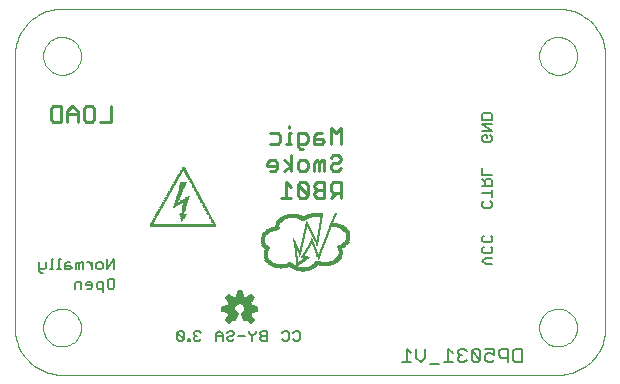
<source format=gbo>
G75*
G70*
%OFA0B0*%
%FSLAX24Y24*%
%IPPOS*%
%LPD*%
%AMOC8*
5,1,8,0,0,1.08239X$1,22.5*
%
%ADD10R,0.2190X0.0010*%
%ADD11R,0.2210X0.0010*%
%ADD12R,0.2200X0.0010*%
%ADD13R,0.2170X0.0010*%
%ADD14R,0.0090X0.0010*%
%ADD15R,0.0100X0.0010*%
%ADD16R,0.0010X0.0010*%
%ADD17R,0.0020X0.0010*%
%ADD18R,0.0030X0.0010*%
%ADD19R,0.0040X0.0010*%
%ADD20R,0.0050X0.0010*%
%ADD21R,0.0060X0.0010*%
%ADD22R,0.0070X0.0010*%
%ADD23R,0.0110X0.0010*%
%ADD24R,0.0130X0.0010*%
%ADD25R,0.0140X0.0010*%
%ADD26R,0.0160X0.0010*%
%ADD27R,0.0170X0.0010*%
%ADD28R,0.0180X0.0010*%
%ADD29R,0.0200X0.0010*%
%ADD30R,0.0210X0.0010*%
%ADD31R,0.0220X0.0010*%
%ADD32R,0.0240X0.0010*%
%ADD33R,0.0080X0.0010*%
%ADD34R,0.0120X0.0010*%
%ADD35R,0.0150X0.0010*%
%ADD36R,0.0230X0.0010*%
%ADD37R,0.0310X0.0010*%
%ADD38R,0.0300X0.0010*%
%ADD39R,0.0290X0.0010*%
%ADD40R,0.0270X0.0010*%
%ADD41R,0.0260X0.0010*%
%ADD42R,0.0250X0.0010*%
%ADD43R,0.0190X0.0010*%
%ADD44C,0.0060*%
%ADD45C,0.0090*%
%ADD46R,0.0110X0.0005*%
%ADD47R,0.0210X0.0005*%
%ADD48R,0.0280X0.0005*%
%ADD49R,0.0325X0.0005*%
%ADD50R,0.0365X0.0005*%
%ADD51R,0.0410X0.0005*%
%ADD52R,0.0440X0.0005*%
%ADD53R,0.0470X0.0005*%
%ADD54R,0.0505X0.0005*%
%ADD55R,0.0530X0.0005*%
%ADD56R,0.0555X0.0005*%
%ADD57R,0.0580X0.0005*%
%ADD58R,0.0600X0.0005*%
%ADD59R,0.0625X0.0005*%
%ADD60R,0.0645X0.0005*%
%ADD61R,0.0665X0.0005*%
%ADD62R,0.0685X0.0005*%
%ADD63R,0.0705X0.0005*%
%ADD64R,0.0715X0.0005*%
%ADD65R,0.0735X0.0005*%
%ADD66R,0.0755X0.0005*%
%ADD67R,0.0090X0.0005*%
%ADD68R,0.0770X0.0005*%
%ADD69R,0.0190X0.0005*%
%ADD70R,0.0355X0.0005*%
%ADD71R,0.0360X0.0005*%
%ADD72R,0.0260X0.0005*%
%ADD73R,0.0315X0.0005*%
%ADD74R,0.0320X0.0005*%
%ADD75R,0.0295X0.0005*%
%ADD76R,0.0275X0.0005*%
%ADD77R,0.0400X0.0005*%
%ADD78R,0.0265X0.0005*%
%ADD79R,0.0435X0.0005*%
%ADD80R,0.0255X0.0005*%
%ADD81R,0.0465X0.0005*%
%ADD82R,0.0245X0.0005*%
%ADD83R,0.0495X0.0005*%
%ADD84R,0.0235X0.0005*%
%ADD85R,0.0525X0.0005*%
%ADD86R,0.0230X0.0005*%
%ADD87R,0.0240X0.0005*%
%ADD88R,0.0545X0.0005*%
%ADD89R,0.0820X0.0005*%
%ADD90R,0.0220X0.0005*%
%ADD91R,0.0025X0.0005*%
%ADD92R,0.0795X0.0005*%
%ADD93R,0.0215X0.0005*%
%ADD94R,0.0035X0.0005*%
%ADD95R,0.0040X0.0005*%
%ADD96R,0.0800X0.0005*%
%ADD97R,0.0205X0.0005*%
%ADD98R,0.0050X0.0005*%
%ADD99R,0.0805X0.0005*%
%ADD100R,0.0165X0.0005*%
%ADD101R,0.0055X0.0005*%
%ADD102R,0.0200X0.0005*%
%ADD103R,0.0060X0.0005*%
%ADD104R,0.0300X0.0005*%
%ADD105R,0.0195X0.0005*%
%ADD106R,0.0065X0.0005*%
%ADD107R,0.0345X0.0005*%
%ADD108R,0.0070X0.0005*%
%ADD109R,0.0385X0.0005*%
%ADD110R,0.0080X0.0005*%
%ADD111R,0.0425X0.0005*%
%ADD112R,0.0185X0.0005*%
%ADD113R,0.0085X0.0005*%
%ADD114R,0.0635X0.0005*%
%ADD115R,0.0810X0.0005*%
%ADD116R,0.0095X0.0005*%
%ADD117R,0.0335X0.0005*%
%ADD118R,0.0655X0.0005*%
%ADD119R,0.0105X0.0005*%
%ADD120R,0.0290X0.0005*%
%ADD121R,0.0660X0.0005*%
%ADD122R,0.0115X0.0005*%
%ADD123R,0.0285X0.0005*%
%ADD124R,0.0120X0.0005*%
%ADD125R,0.0270X0.0005*%
%ADD126R,0.0675X0.0005*%
%ADD127R,0.0130X0.0005*%
%ADD128R,0.0680X0.0005*%
%ADD129R,0.0135X0.0005*%
%ADD130R,0.0250X0.0005*%
%ADD131R,0.0140X0.0005*%
%ADD132R,0.0180X0.0005*%
%ADD133R,0.0695X0.0005*%
%ADD134R,0.0150X0.0005*%
%ADD135R,0.0160X0.0005*%
%ADD136R,0.0155X0.0005*%
%ADD137R,0.0145X0.0005*%
%ADD138R,0.0700X0.0005*%
%ADD139R,0.0225X0.0005*%
%ADD140R,0.0170X0.0005*%
%ADD141R,0.0100X0.0005*%
%ADD142R,0.0075X0.0005*%
%ADD143R,0.0720X0.0005*%
%ADD144R,0.0725X0.0005*%
%ADD145R,0.0340X0.0005*%
%ADD146R,0.0305X0.0005*%
%ADD147R,0.0175X0.0005*%
%ADD148R,0.0005X0.0005*%
%ADD149R,0.0010X0.0005*%
%ADD150R,0.0015X0.0005*%
%ADD151R,0.0020X0.0005*%
%ADD152R,0.0030X0.0005*%
%ADD153R,0.0125X0.0005*%
%ADD154R,0.0045X0.0005*%
%ADD155R,0.0370X0.0005*%
%ADD156R,0.0375X0.0005*%
%ADD157R,0.0350X0.0005*%
%ADD158R,0.0330X0.0005*%
%ADD159R,0.0485X0.0005*%
%ADD160R,0.0480X0.0005*%
%ADD161R,0.0460X0.0005*%
%ADD162R,0.0445X0.0005*%
%ADD163R,0.0310X0.0005*%
%ADD164R,0.0380X0.0005*%
%ADD165R,0.0415X0.0005*%
%ADD166R,0.0450X0.0005*%
%ADD167R,0.0490X0.0005*%
%ADD168R,0.0965X0.0005*%
%ADD169R,0.0975X0.0005*%
%ADD170R,0.0980X0.0005*%
%ADD171R,0.0990X0.0005*%
%ADD172R,0.1005X0.0005*%
%ADD173R,0.0615X0.0005*%
%ADD174R,0.0640X0.0005*%
%ADD175R,0.0605X0.0005*%
%ADD176R,0.0620X0.0005*%
%ADD177R,0.0590X0.0005*%
%ADD178R,0.0570X0.0005*%
%ADD179R,0.0540X0.0005*%
%ADD180R,0.0515X0.0005*%
%ADD181R,0.0565X0.0005*%
%ADD182R,0.0535X0.0005*%
%ADD183R,0.0395X0.0005*%
%ADD184R,0.0520X0.0005*%
%ADD185R,0.0500X0.0005*%
%ADD186R,0.0430X0.0005*%
%ADD187C,0.0000*%
%ADD188C,0.0059*%
D10*
X008745Y008356D03*
X008745Y008406D03*
D11*
X008745Y008386D03*
X008745Y008376D03*
X008745Y008366D03*
D12*
X008740Y008396D03*
D13*
X008745Y008416D03*
D14*
X008715Y008596D03*
X008755Y008806D03*
X008755Y008816D03*
X008755Y008826D03*
X008485Y009016D03*
X008525Y009136D03*
X008525Y009146D03*
X008215Y009316D03*
X008215Y009326D03*
X008225Y009336D03*
X008225Y009346D03*
X008235Y009356D03*
X008245Y009376D03*
X008255Y009396D03*
X008265Y009406D03*
X008265Y009416D03*
X008275Y009426D03*
X008285Y009446D03*
X008295Y009466D03*
X008305Y009476D03*
X008315Y009496D03*
X008325Y009516D03*
X008335Y009536D03*
X008345Y009546D03*
X008345Y009556D03*
X008355Y009566D03*
X008365Y009586D03*
X008375Y009606D03*
X008385Y009626D03*
X008395Y009636D03*
X008405Y009656D03*
X008415Y009676D03*
X008425Y009696D03*
X008435Y009706D03*
X008445Y009726D03*
X008455Y009746D03*
X008465Y009766D03*
X008475Y009776D03*
X008475Y009786D03*
X008485Y009796D03*
X008495Y009816D03*
X008505Y009836D03*
X008515Y009856D03*
X008525Y009866D03*
X008535Y009886D03*
X008545Y009906D03*
X008555Y009926D03*
X008565Y009936D03*
X008575Y009956D03*
X008585Y009976D03*
X008595Y009996D03*
X008615Y010026D03*
X008625Y010046D03*
X008635Y010066D03*
X008645Y010076D03*
X008655Y010096D03*
X008665Y010116D03*
X008675Y010136D03*
X008685Y010146D03*
X008685Y010156D03*
X008695Y010166D03*
X008705Y010186D03*
X008715Y010206D03*
X008825Y010206D03*
X008835Y010186D03*
X008845Y010166D03*
X008855Y010146D03*
X008865Y010136D03*
X008865Y010126D03*
X008875Y010116D03*
X008885Y010096D03*
X008895Y010076D03*
X008905Y010056D03*
X008915Y010036D03*
X008925Y010016D03*
X008935Y010006D03*
X008935Y009996D03*
X008945Y009986D03*
X008955Y009966D03*
X008965Y009946D03*
X008975Y009926D03*
X008985Y009906D03*
X008995Y009896D03*
X008995Y009886D03*
X009005Y009876D03*
X009005Y009866D03*
X009015Y009856D03*
X009025Y009836D03*
X009035Y009816D03*
X009045Y009796D03*
X009055Y009786D03*
X009055Y009776D03*
X009065Y009766D03*
X009065Y009756D03*
X009075Y009746D03*
X009075Y009736D03*
X009085Y009726D03*
X009085Y009716D03*
X009095Y009706D03*
X009105Y009686D03*
X009115Y009666D03*
X009125Y009646D03*
X009135Y009636D03*
X009135Y009626D03*
X009145Y009616D03*
X009145Y009606D03*
X009155Y009596D03*
X009155Y009586D03*
X009165Y009576D03*
X009175Y009556D03*
X009185Y009536D03*
X009195Y009526D03*
X009195Y009516D03*
X009205Y009496D03*
X009215Y009486D03*
X009215Y009476D03*
X009225Y009466D03*
X009225Y009456D03*
X009235Y009446D03*
X009245Y009426D03*
X009255Y009406D03*
X009265Y009386D03*
X009275Y009366D03*
X009285Y009356D03*
X009285Y009346D03*
X009295Y009336D03*
X009295Y009326D03*
X009305Y009316D03*
X009315Y009296D03*
X009325Y009276D03*
X009335Y009256D03*
X009345Y009236D03*
X009355Y009226D03*
X009355Y009216D03*
X009365Y009206D03*
X009365Y009196D03*
X009375Y009186D03*
X009385Y009166D03*
X009395Y009146D03*
X009405Y009136D03*
X009405Y009126D03*
X009415Y009116D03*
X009415Y009106D03*
X009425Y009096D03*
X009425Y009086D03*
X009435Y009076D03*
X009435Y009066D03*
X009445Y009056D03*
X009455Y009036D03*
X009465Y009016D03*
X009475Y008996D03*
X009485Y008976D03*
X009495Y008966D03*
X009495Y008956D03*
X009505Y008946D03*
X009505Y008936D03*
X009515Y008926D03*
X009525Y008906D03*
X009535Y008886D03*
X009545Y008866D03*
X009555Y008856D03*
X009555Y008846D03*
X009565Y008836D03*
X009565Y008826D03*
X009575Y008816D03*
X009575Y008806D03*
X009585Y008796D03*
X009595Y008776D03*
X009605Y008756D03*
X009615Y008736D03*
X009625Y008726D03*
X009625Y008716D03*
X009635Y008706D03*
X009635Y008696D03*
X009645Y008686D03*
X009645Y008676D03*
X009655Y008666D03*
X009665Y008646D03*
X009675Y008626D03*
X009685Y008606D03*
X009695Y008586D03*
X009705Y008576D03*
X009705Y008566D03*
X009715Y008556D03*
X009715Y008546D03*
X009725Y008536D03*
X009735Y008516D03*
X009745Y008496D03*
X009755Y008476D03*
X009765Y008456D03*
X009775Y008446D03*
X009775Y008436D03*
X009785Y008426D03*
X008175Y009246D03*
X008175Y009256D03*
X008185Y009266D03*
X008195Y009286D03*
X008205Y009306D03*
X008165Y009236D03*
X008155Y009216D03*
X008145Y009196D03*
X008135Y009186D03*
X008135Y009176D03*
X008125Y009166D03*
X008115Y009146D03*
X008105Y009126D03*
X008095Y009106D03*
X008085Y009096D03*
X008085Y009086D03*
X008075Y009076D03*
X008065Y009056D03*
X008055Y009036D03*
X008045Y009026D03*
X008045Y009016D03*
X008035Y009006D03*
X008025Y008986D03*
X008015Y008966D03*
X008005Y008956D03*
X008005Y008946D03*
X007995Y008936D03*
X007985Y008916D03*
X007975Y008896D03*
X007965Y008886D03*
X007965Y008876D03*
X007955Y008866D03*
X007945Y008846D03*
X007935Y008826D03*
X007925Y008816D03*
X007925Y008806D03*
X007905Y008776D03*
X007895Y008756D03*
X007885Y008736D03*
X007875Y008716D03*
X007865Y008706D03*
X007855Y008686D03*
X007845Y008666D03*
X007835Y008656D03*
X007835Y008646D03*
X007825Y008636D03*
X007815Y008616D03*
X007805Y008596D03*
X007795Y008576D03*
X007785Y008566D03*
X007775Y008546D03*
X007765Y008526D03*
X007755Y008506D03*
X007745Y008496D03*
X007745Y008486D03*
X007735Y008476D03*
X007725Y008456D03*
X007715Y008436D03*
X007705Y008426D03*
X008775Y010306D03*
D15*
X008770Y010296D03*
X008830Y010196D03*
X008840Y010176D03*
X008850Y010156D03*
X008880Y010106D03*
X008890Y010086D03*
X008900Y010066D03*
X008910Y010046D03*
X008920Y010026D03*
X008950Y009976D03*
X008960Y009956D03*
X008970Y009936D03*
X008980Y009916D03*
X009020Y009846D03*
X009030Y009826D03*
X009040Y009806D03*
X009100Y009696D03*
X009110Y009676D03*
X009120Y009656D03*
X009170Y009566D03*
X009180Y009546D03*
X009200Y009506D03*
X009240Y009436D03*
X009250Y009416D03*
X009260Y009396D03*
X009270Y009376D03*
X009310Y009306D03*
X009320Y009286D03*
X009330Y009266D03*
X009340Y009246D03*
X009380Y009176D03*
X009390Y009156D03*
X009450Y009046D03*
X009460Y009026D03*
X009470Y009006D03*
X009480Y008986D03*
X009520Y008916D03*
X009530Y008896D03*
X009540Y008876D03*
X009590Y008786D03*
X009600Y008766D03*
X009610Y008746D03*
X009660Y008656D03*
X009670Y008636D03*
X009680Y008616D03*
X009690Y008596D03*
X009730Y008526D03*
X009740Y008506D03*
X009750Y008486D03*
X009760Y008466D03*
X008720Y008606D03*
X008720Y008616D03*
X008760Y008836D03*
X008760Y008846D03*
X008760Y008856D03*
X008760Y008866D03*
X008770Y008896D03*
X008490Y009026D03*
X008530Y009156D03*
X008530Y009166D03*
X008540Y009176D03*
X008540Y009186D03*
X008540Y009196D03*
X008560Y009236D03*
X008890Y009296D03*
X008360Y009576D03*
X008370Y009596D03*
X008380Y009616D03*
X008400Y009646D03*
X008410Y009666D03*
X008420Y009686D03*
X008440Y009716D03*
X008450Y009736D03*
X008460Y009756D03*
X008490Y009806D03*
X008500Y009826D03*
X008510Y009846D03*
X008530Y009876D03*
X008540Y009896D03*
X008550Y009916D03*
X008570Y009946D03*
X008580Y009966D03*
X008590Y009986D03*
X008600Y010006D03*
X008610Y010016D03*
X008620Y010036D03*
X008630Y010056D03*
X008650Y010086D03*
X008660Y010106D03*
X008670Y010126D03*
X008700Y010176D03*
X008710Y010196D03*
X008330Y009526D03*
X008320Y009506D03*
X008310Y009486D03*
X008290Y009456D03*
X008280Y009436D03*
X008250Y009386D03*
X008240Y009366D03*
X008200Y009296D03*
X008190Y009276D03*
X008160Y009226D03*
X008150Y009206D03*
X008120Y009156D03*
X008110Y009136D03*
X008100Y009116D03*
X008070Y009066D03*
X008060Y009046D03*
X008030Y008996D03*
X008020Y008976D03*
X007990Y008926D03*
X007980Y008906D03*
X007950Y008856D03*
X007940Y008836D03*
X007920Y008796D03*
X007910Y008786D03*
X007900Y008766D03*
X007890Y008746D03*
X007880Y008726D03*
X007860Y008696D03*
X007850Y008676D03*
X007820Y008626D03*
X007810Y008606D03*
X007800Y008586D03*
X007780Y008556D03*
X007770Y008536D03*
X007760Y008516D03*
X007730Y008466D03*
X007720Y008446D03*
D16*
X008435Y008966D03*
X008705Y008516D03*
D17*
X008700Y008526D03*
X008950Y009356D03*
D18*
X008935Y009346D03*
X008445Y008976D03*
X008705Y008536D03*
D19*
X008710Y008546D03*
X008930Y009336D03*
D20*
X008465Y008996D03*
X008455Y008986D03*
X008705Y008556D03*
D21*
X008710Y008566D03*
X008920Y009326D03*
X008770Y010326D03*
D22*
X008905Y009316D03*
X008475Y009006D03*
X008715Y008586D03*
X008715Y008576D03*
D23*
X008725Y008626D03*
X008765Y008876D03*
X008765Y008886D03*
X008775Y008906D03*
X008775Y008916D03*
X008775Y008926D03*
X008775Y008936D03*
X008505Y009036D03*
X008545Y009206D03*
X008555Y009216D03*
X008555Y009226D03*
X008565Y009246D03*
X008565Y009256D03*
X008565Y009266D03*
X008575Y009286D03*
D24*
X008595Y009346D03*
X008605Y009366D03*
X008605Y009376D03*
X008615Y009396D03*
X008615Y009406D03*
X008625Y009426D03*
X008635Y009456D03*
X008515Y009046D03*
X008785Y009006D03*
X008785Y008996D03*
X008785Y008986D03*
X008785Y008976D03*
X008725Y008636D03*
D25*
X008730Y008646D03*
X008730Y008656D03*
X008790Y009016D03*
X008790Y009026D03*
X008790Y009036D03*
X008800Y009056D03*
X008800Y009066D03*
X008800Y009076D03*
X008860Y009266D03*
X008620Y009416D03*
X008630Y009436D03*
X008630Y009446D03*
X008640Y009466D03*
X008640Y009476D03*
X008650Y009496D03*
X008660Y009526D03*
X008520Y009056D03*
X008770Y010256D03*
X008770Y010266D03*
D26*
X008770Y010246D03*
X008770Y010236D03*
X008710Y009666D03*
X008700Y009646D03*
X008700Y009636D03*
X008690Y009616D03*
X008690Y009606D03*
X008850Y009256D03*
X008840Y009246D03*
X008810Y009126D03*
X008808Y009113D03*
X008710Y008766D03*
X008730Y008666D03*
D27*
X008735Y008676D03*
X008735Y008686D03*
X008545Y009076D03*
X008705Y009656D03*
X008715Y009676D03*
X008715Y009686D03*
X008725Y009706D03*
X008725Y009716D03*
X008735Y009736D03*
X008745Y009766D03*
D28*
X008750Y009776D03*
X008750Y009786D03*
X008760Y009806D03*
X008760Y009816D03*
X008740Y009756D03*
X008740Y009746D03*
X008730Y009726D03*
X008720Y009696D03*
X008830Y009236D03*
X008550Y009086D03*
X008740Y008696D03*
X008770Y010226D03*
D29*
X008770Y010216D03*
X008820Y009226D03*
X008810Y009216D03*
X008560Y009096D03*
X008740Y008706D03*
D30*
X008745Y008716D03*
X008745Y008726D03*
X008575Y009106D03*
D31*
X008800Y009206D03*
X008750Y008736D03*
D32*
X008750Y008746D03*
X008750Y008756D03*
X008590Y009126D03*
X008790Y009196D03*
D33*
X008900Y009306D03*
X008750Y008796D03*
X008750Y008786D03*
X008750Y008776D03*
X008660Y008776D03*
X008770Y010316D03*
D34*
X008770Y010286D03*
X008770Y010276D03*
X008790Y009826D03*
X008610Y009386D03*
X008600Y009356D03*
X008590Y009336D03*
X008590Y009326D03*
X008586Y009315D03*
X008580Y009306D03*
X008580Y009296D03*
X008570Y009276D03*
X008870Y009276D03*
X008880Y009286D03*
X008780Y008966D03*
X008780Y008956D03*
X008780Y008946D03*
D35*
X008795Y009046D03*
X008805Y009086D03*
X008805Y009096D03*
X008805Y009106D03*
X008535Y009066D03*
X008645Y009486D03*
X008655Y009506D03*
X008655Y009516D03*
X008665Y009536D03*
X008665Y009546D03*
X008675Y009556D03*
X008675Y009566D03*
X008675Y009576D03*
X008685Y009586D03*
X008685Y009596D03*
X008695Y009626D03*
D36*
X008585Y009116D03*
D37*
X008735Y009136D03*
D38*
X008740Y009146D03*
D39*
X008755Y009156D03*
D40*
X008765Y009166D03*
D41*
X008770Y009176D03*
D42*
X008785Y009186D03*
D43*
X008755Y009796D03*
X008765Y009826D03*
D44*
X006448Y007273D02*
X006221Y006933D01*
X006221Y007273D01*
X006080Y007103D02*
X006023Y007160D01*
X005910Y007160D01*
X005853Y007103D01*
X005853Y006990D01*
X005910Y006933D01*
X006023Y006933D01*
X006080Y006990D01*
X006080Y007103D01*
X006448Y006933D02*
X006448Y007273D01*
X005712Y007160D02*
X005712Y006933D01*
X005712Y007046D02*
X005598Y007160D01*
X005542Y007160D01*
X005405Y007160D02*
X005405Y006933D01*
X005291Y006933D02*
X005291Y007103D01*
X005235Y007160D01*
X005178Y007103D01*
X005178Y006933D01*
X005036Y006990D02*
X004980Y007046D01*
X004810Y007046D01*
X004810Y007103D02*
X004810Y006933D01*
X004980Y006933D01*
X005036Y006990D01*
X004980Y007160D02*
X004866Y007160D01*
X004810Y007103D01*
X004668Y006933D02*
X004555Y006933D01*
X004611Y006933D02*
X004611Y007273D01*
X004668Y007273D01*
X004423Y007273D02*
X004366Y007273D01*
X004366Y006933D01*
X004423Y006933D02*
X004309Y006933D01*
X004177Y006990D02*
X004177Y007160D01*
X004177Y006990D02*
X004120Y006933D01*
X003950Y006933D01*
X003950Y006876D02*
X004007Y006820D01*
X004064Y006820D01*
X003950Y006876D02*
X003950Y007160D01*
X005126Y006456D02*
X005126Y006286D01*
X005126Y006456D02*
X005183Y006513D01*
X005353Y006513D01*
X005353Y006286D01*
X005494Y006400D02*
X005721Y006400D01*
X005721Y006456D02*
X005664Y006513D01*
X005551Y006513D01*
X005494Y006456D01*
X005494Y006400D01*
X005551Y006286D02*
X005664Y006286D01*
X005721Y006343D01*
X005721Y006456D01*
X005863Y006456D02*
X005919Y006513D01*
X006089Y006513D01*
X006089Y006173D01*
X006089Y006286D02*
X005919Y006286D01*
X005863Y006343D01*
X005863Y006456D01*
X006231Y006343D02*
X006288Y006286D01*
X006401Y006286D01*
X006458Y006343D01*
X006458Y006570D01*
X006401Y006626D01*
X006288Y006626D01*
X006231Y006570D01*
X006231Y006343D01*
X005405Y007160D02*
X005348Y007160D01*
X005291Y007103D01*
X008548Y004820D02*
X008775Y004593D01*
X008718Y004536D01*
X008605Y004536D01*
X008548Y004593D01*
X008548Y004820D01*
X008605Y004876D01*
X008718Y004876D01*
X008775Y004820D01*
X008775Y004593D01*
X008902Y004593D02*
X008902Y004536D01*
X008959Y004536D01*
X008959Y004593D01*
X008902Y004593D01*
X009100Y004593D02*
X009157Y004536D01*
X009271Y004536D01*
X009327Y004593D01*
X009214Y004706D02*
X009157Y004706D01*
X009100Y004650D01*
X009100Y004593D01*
X009157Y004706D02*
X009100Y004763D01*
X009100Y004820D01*
X009157Y004876D01*
X009271Y004876D01*
X009327Y004820D01*
X009837Y004763D02*
X009837Y004536D01*
X009837Y004706D02*
X010064Y004706D01*
X010064Y004763D02*
X009950Y004876D01*
X009837Y004763D01*
X010064Y004763D02*
X010064Y004536D01*
X010205Y004593D02*
X010262Y004536D01*
X010375Y004536D01*
X010432Y004593D01*
X010375Y004706D02*
X010262Y004706D01*
X010205Y004650D01*
X010205Y004593D01*
X010375Y004706D02*
X010432Y004763D01*
X010432Y004820D01*
X010375Y004876D01*
X010262Y004876D01*
X010205Y004820D01*
X010574Y004706D02*
X010800Y004706D01*
X010942Y004820D02*
X010942Y004876D01*
X010942Y004820D02*
X011055Y004706D01*
X011055Y004536D01*
X011055Y004706D02*
X011169Y004820D01*
X011169Y004876D01*
X011310Y004820D02*
X011310Y004763D01*
X011367Y004706D01*
X011537Y004706D01*
X011537Y004536D02*
X011367Y004536D01*
X011310Y004593D01*
X011310Y004650D01*
X011367Y004706D01*
X011310Y004820D02*
X011367Y004876D01*
X011537Y004876D01*
X011537Y004536D01*
X012047Y004593D02*
X012104Y004536D01*
X012217Y004536D01*
X012274Y004593D01*
X012274Y004820D01*
X012217Y004876D01*
X012104Y004876D01*
X012047Y004820D01*
X012415Y004820D02*
X012472Y004876D01*
X012585Y004876D01*
X012642Y004820D01*
X012642Y004593D01*
X012585Y004536D01*
X012472Y004536D01*
X012415Y004593D01*
X016057Y003839D02*
X016351Y003839D01*
X016204Y003839D02*
X016204Y004280D01*
X016351Y004133D01*
X016517Y003986D02*
X016517Y004280D01*
X016811Y004280D02*
X016811Y003986D01*
X016664Y003839D01*
X016517Y003986D01*
X016978Y003766D02*
X017271Y003766D01*
X017438Y003839D02*
X017732Y003839D01*
X017585Y003839D02*
X017585Y004280D01*
X017732Y004133D01*
X017899Y004133D02*
X017972Y004060D01*
X017899Y003986D01*
X017899Y003913D01*
X017972Y003839D01*
X018119Y003839D01*
X018192Y003913D01*
X018359Y003913D02*
X018432Y003839D01*
X018579Y003839D01*
X018653Y003913D01*
X018359Y004206D01*
X018359Y003913D01*
X018359Y004206D02*
X018432Y004280D01*
X018579Y004280D01*
X018653Y004206D01*
X018653Y003913D01*
X018819Y003913D02*
X018893Y003839D01*
X019040Y003839D01*
X019113Y003913D01*
X019113Y004060D02*
X018966Y004133D01*
X018893Y004133D01*
X018819Y004060D01*
X018819Y003913D01*
X019113Y004060D02*
X019113Y004280D01*
X018819Y004280D01*
X019280Y004206D02*
X019280Y004060D01*
X019353Y003986D01*
X019573Y003986D01*
X019573Y003839D02*
X019573Y004280D01*
X019353Y004280D01*
X019280Y004206D01*
X019740Y004206D02*
X019740Y003913D01*
X019814Y003839D01*
X020034Y003839D01*
X020034Y004280D01*
X019814Y004280D01*
X019740Y004206D01*
X018192Y004206D02*
X018119Y004280D01*
X017972Y004280D01*
X017899Y004206D01*
X017899Y004133D01*
X017972Y004060D02*
X018045Y004060D01*
X018828Y007096D02*
X018715Y007209D01*
X018828Y007322D01*
X019055Y007322D01*
X018998Y007464D02*
X018771Y007464D01*
X018715Y007521D01*
X018715Y007634D01*
X018771Y007691D01*
X018771Y007832D02*
X018715Y007889D01*
X018715Y008002D01*
X018771Y008059D01*
X018771Y007832D02*
X018998Y007832D01*
X019055Y007889D01*
X019055Y008002D01*
X018998Y008059D01*
X018998Y007691D02*
X019055Y007634D01*
X019055Y007521D01*
X018998Y007464D01*
X019055Y007096D02*
X018828Y007096D01*
X018760Y008986D02*
X018703Y009043D01*
X018703Y009156D01*
X018760Y009213D01*
X018986Y009213D02*
X019043Y009156D01*
X019043Y009043D01*
X018986Y008986D01*
X018760Y008986D01*
X019043Y009354D02*
X019043Y009581D01*
X019043Y009468D02*
X018703Y009468D01*
X018703Y009723D02*
X019043Y009723D01*
X019043Y009893D01*
X018986Y009950D01*
X018873Y009950D01*
X018816Y009893D01*
X018816Y009723D01*
X018816Y009836D02*
X018703Y009950D01*
X018703Y010091D02*
X018703Y010318D01*
X018703Y010091D02*
X019043Y010091D01*
X018986Y011186D02*
X018760Y011186D01*
X018703Y011243D01*
X018703Y011356D01*
X018760Y011413D01*
X018873Y011413D01*
X018873Y011300D01*
X018986Y011413D02*
X019043Y011356D01*
X019043Y011243D01*
X018986Y011186D01*
X019043Y011554D02*
X018703Y011554D01*
X018703Y011781D02*
X019043Y011781D01*
X019043Y011923D02*
X018703Y011923D01*
X018703Y012093D01*
X018760Y012150D01*
X018986Y012150D01*
X019043Y012093D01*
X019043Y011923D01*
X018703Y011781D02*
X019043Y011554D01*
D45*
X014007Y011632D02*
X014007Y011121D01*
X013667Y011121D02*
X013667Y011632D01*
X013837Y011461D01*
X014007Y011632D01*
X013370Y011461D02*
X013199Y011461D01*
X013114Y011376D01*
X013114Y011121D01*
X013370Y011121D01*
X013455Y011206D01*
X013370Y011291D01*
X013114Y011291D01*
X012902Y011376D02*
X012902Y011206D01*
X012817Y011121D01*
X012562Y011121D01*
X012562Y011036D02*
X012562Y011461D01*
X012817Y011461D01*
X012902Y011376D01*
X012732Y010951D02*
X012647Y010951D01*
X012562Y011036D01*
X012350Y011121D02*
X012179Y011121D01*
X012265Y011121D02*
X012265Y011461D01*
X012350Y011461D01*
X012265Y011632D02*
X012265Y011717D01*
X011981Y011376D02*
X011896Y011461D01*
X011641Y011461D01*
X011981Y011376D02*
X011981Y011206D01*
X011896Y011121D01*
X011641Y011121D01*
X012350Y010732D02*
X012350Y010221D01*
X012350Y010391D02*
X012094Y010561D01*
X011889Y010476D02*
X011804Y010561D01*
X011634Y010561D01*
X011549Y010476D01*
X011549Y010391D01*
X011889Y010391D01*
X011889Y010306D02*
X011889Y010476D01*
X011889Y010306D02*
X011804Y010221D01*
X011634Y010221D01*
X012094Y010221D02*
X012350Y010391D01*
X012562Y010306D02*
X012562Y010476D01*
X012647Y010561D01*
X012817Y010561D01*
X012902Y010476D01*
X012902Y010306D01*
X012817Y010221D01*
X012647Y010221D01*
X012562Y010306D01*
X013114Y010221D02*
X013114Y010476D01*
X013199Y010561D01*
X013284Y010476D01*
X013284Y010221D01*
X013455Y010221D02*
X013455Y010561D01*
X013370Y010561D01*
X013284Y010476D01*
X013667Y010391D02*
X013667Y010306D01*
X013752Y010221D01*
X013922Y010221D01*
X014007Y010306D01*
X013922Y010476D02*
X013752Y010476D01*
X013667Y010391D01*
X013667Y010647D02*
X013752Y010732D01*
X013922Y010732D01*
X014007Y010647D01*
X014007Y010561D01*
X013922Y010476D01*
X014007Y009832D02*
X013752Y009832D01*
X013667Y009747D01*
X013667Y009576D01*
X013752Y009491D01*
X014007Y009491D01*
X014007Y009321D02*
X014007Y009832D01*
X013837Y009491D02*
X013667Y009321D01*
X013455Y009321D02*
X013199Y009321D01*
X013114Y009406D01*
X013114Y009491D01*
X013199Y009576D01*
X013455Y009576D01*
X013455Y009321D02*
X013455Y009832D01*
X013199Y009832D01*
X013114Y009747D01*
X013114Y009661D01*
X013199Y009576D01*
X012902Y009406D02*
X012562Y009747D01*
X012562Y009406D01*
X012647Y009321D01*
X012817Y009321D01*
X012902Y009406D01*
X012902Y009747D01*
X012817Y009832D01*
X012647Y009832D01*
X012562Y009747D01*
X012350Y009661D02*
X012179Y009832D01*
X012179Y009321D01*
X012009Y009321D02*
X012350Y009321D01*
X006330Y011854D02*
X005990Y011854D01*
X005778Y011939D02*
X005693Y011854D01*
X005523Y011854D01*
X005437Y011939D01*
X005437Y012280D01*
X005523Y012365D01*
X005693Y012365D01*
X005778Y012280D01*
X005778Y011939D01*
X005225Y011854D02*
X005225Y012195D01*
X005055Y012365D01*
X004885Y012195D01*
X004885Y011854D01*
X004673Y011854D02*
X004418Y011854D01*
X004332Y011939D01*
X004332Y012280D01*
X004418Y012365D01*
X004673Y012365D01*
X004673Y011854D01*
X004885Y012110D02*
X005225Y012110D01*
X006330Y012365D02*
X006330Y011854D01*
D46*
X012882Y008387D03*
X012882Y008382D03*
X013037Y007822D03*
X013037Y007817D03*
X013197Y007842D03*
X013197Y007847D03*
X012632Y007507D03*
X012512Y007662D03*
X012512Y007667D03*
X012507Y007672D03*
X012507Y007677D03*
X012807Y007247D03*
X012802Y007242D03*
X012797Y007237D03*
X012787Y007232D03*
X012782Y007227D03*
X012767Y007217D03*
X012752Y007207D03*
X012747Y007202D03*
X012732Y007192D03*
X012687Y007162D03*
X012672Y007152D03*
X012667Y007147D03*
X012662Y007142D03*
X012647Y007132D03*
X012817Y007252D03*
X012822Y007257D03*
X012832Y007262D03*
X012837Y007267D03*
X012852Y007277D03*
X013227Y007177D03*
X013257Y007372D03*
X012752Y006857D03*
D47*
X012752Y006862D03*
X013112Y007027D03*
X013842Y007207D03*
X014097Y007727D03*
X014102Y007732D03*
X014102Y008272D03*
X013162Y008777D03*
X012752Y008582D03*
X011847Y008312D03*
X011562Y008162D03*
X011647Y007132D03*
D48*
X012477Y006982D03*
X012752Y006867D03*
X011812Y008292D03*
X013162Y008772D03*
X014007Y008322D03*
D49*
X013160Y008767D03*
X012740Y008612D03*
X011780Y007072D03*
X012750Y006872D03*
D50*
X012750Y006877D03*
X011755Y008247D03*
D51*
X012752Y006882D03*
X013847Y008377D03*
D52*
X013857Y008367D03*
X012752Y006887D03*
D53*
X012752Y006892D03*
X013867Y008352D03*
D54*
X013150Y008737D03*
X012750Y006897D03*
D55*
X012752Y006902D03*
D56*
X012750Y006907D03*
X013125Y008717D03*
D57*
X013107Y008702D03*
X012752Y006912D03*
D58*
X012752Y006917D03*
X013097Y008692D03*
D59*
X012750Y006922D03*
D60*
X012750Y006927D03*
X013395Y007072D03*
D61*
X013425Y007087D03*
X012750Y006932D03*
D62*
X012750Y006937D03*
X013450Y007102D03*
D63*
X013480Y007122D03*
X012750Y006942D03*
D64*
X012750Y006947D03*
X013485Y007127D03*
X013490Y007132D03*
D65*
X012750Y006952D03*
D66*
X012750Y006957D03*
D67*
X012567Y007067D03*
X012632Y007482D03*
X012497Y007712D03*
X012492Y007722D03*
X012492Y007727D03*
X013037Y007842D03*
X013202Y007817D03*
X013257Y007347D03*
X013222Y007182D03*
X012017Y006957D03*
X012877Y008412D03*
D68*
X012752Y006962D03*
D69*
X012832Y007292D03*
X012017Y006962D03*
X011542Y007617D03*
X011537Y007622D03*
X011532Y007632D03*
X011527Y007637D03*
X011522Y007642D03*
X011517Y007647D03*
X011512Y008122D03*
X011517Y008127D03*
X011522Y008132D03*
X011857Y008317D03*
X011982Y008537D03*
X011987Y008542D03*
X011992Y008547D03*
X013882Y007237D03*
X013887Y007242D03*
X013972Y007632D03*
X014132Y007757D03*
X014137Y007762D03*
X014137Y008242D03*
X014132Y008247D03*
D70*
X012965Y006967D03*
X012015Y006977D03*
X011770Y008257D03*
D71*
X011762Y008252D03*
X011712Y008222D03*
X012947Y008672D03*
X013827Y008397D03*
X013947Y008337D03*
X012537Y006967D03*
D72*
X012017Y006967D03*
X011717Y007092D03*
X011822Y008297D03*
X012102Y008617D03*
X012747Y008597D03*
X013772Y007167D03*
D73*
X012995Y006972D03*
X012505Y006972D03*
X012915Y008667D03*
D74*
X013972Y008332D03*
X012017Y006972D03*
X011682Y008217D03*
X011792Y008277D03*
D75*
X011805Y008287D03*
X011665Y008212D03*
X012490Y006977D03*
X013010Y006977D03*
X013990Y008327D03*
D76*
X013795Y008422D03*
X012825Y007317D03*
X013025Y006982D03*
X013280Y007147D03*
X013755Y007162D03*
D77*
X013842Y008382D03*
X012017Y006982D03*
D78*
X012280Y007082D03*
X012460Y006987D03*
X012815Y007307D03*
X013040Y006987D03*
X011635Y008202D03*
X014020Y008317D03*
D79*
X012015Y006987D03*
D80*
X012450Y006992D03*
X012815Y007302D03*
X013050Y006992D03*
X013780Y007172D03*
X014030Y008312D03*
X011625Y008197D03*
D81*
X013175Y008752D03*
X012015Y006992D03*
D82*
X012440Y006997D03*
X013060Y006997D03*
X013790Y007177D03*
X014005Y007667D03*
X014010Y007672D03*
X014045Y007697D03*
X012080Y008607D03*
X011615Y008192D03*
D83*
X012015Y006997D03*
D84*
X012430Y007002D03*
X013070Y007002D03*
X013475Y007042D03*
X013810Y007187D03*
X013995Y007657D03*
X014000Y007662D03*
X014060Y008297D03*
X012070Y008602D03*
X011595Y008182D03*
D85*
X012015Y007002D03*
D86*
X011687Y007107D03*
X011677Y007112D03*
X013077Y007007D03*
X013087Y007012D03*
X014062Y007707D03*
X014072Y007712D03*
X014072Y008292D03*
X012062Y008597D03*
X011837Y008307D03*
X011587Y008177D03*
D87*
X011602Y008187D03*
X012747Y008592D03*
X014052Y008302D03*
X014052Y007702D03*
X013802Y007182D03*
X012812Y007322D03*
X012422Y007007D03*
X012287Y007087D03*
X011697Y007102D03*
D88*
X012015Y007007D03*
X013130Y008722D03*
D89*
X012137Y007012D03*
D90*
X011662Y007122D03*
X013097Y007017D03*
X013827Y007197D03*
X014087Y008282D03*
X012052Y008592D03*
X012047Y008587D03*
X011577Y008172D03*
D91*
X012445Y007882D03*
X012445Y007877D03*
X013045Y007907D03*
X013220Y007732D03*
X013220Y007727D03*
X013265Y007277D03*
X012645Y007377D03*
X012645Y007382D03*
X012540Y007017D03*
X012865Y008497D03*
X012865Y008502D03*
D92*
X012115Y007017D03*
X012105Y007022D03*
D93*
X012295Y007092D03*
X012800Y007327D03*
X013105Y007022D03*
X013835Y007202D03*
X013985Y007647D03*
X014090Y007722D03*
X014095Y008277D03*
X012040Y008582D03*
X011570Y008167D03*
X011655Y007127D03*
D94*
X012545Y007022D03*
X013220Y007192D03*
X013220Y007742D03*
X013045Y007897D03*
X013045Y007902D03*
X012455Y007847D03*
X012450Y007857D03*
X012450Y007862D03*
X012870Y008482D03*
D95*
X012867Y008477D03*
X013042Y007892D03*
X013217Y007752D03*
X013217Y007747D03*
X012642Y007407D03*
X012642Y007402D03*
X012317Y007137D03*
X012547Y007027D03*
X013262Y007292D03*
X013262Y007297D03*
X012457Y007837D03*
X012457Y007842D03*
X012452Y007852D03*
D96*
X012067Y007042D03*
X012077Y007037D03*
X012097Y007027D03*
D97*
X011640Y007137D03*
X011635Y007142D03*
X013120Y007032D03*
X013125Y007037D03*
X013850Y007212D03*
X013980Y007642D03*
X014110Y007737D03*
X014110Y008267D03*
X012030Y008577D03*
X012025Y008572D03*
X011555Y008157D03*
D98*
X012462Y007822D03*
X012462Y007817D03*
X013042Y007882D03*
X013212Y007767D03*
X013262Y007312D03*
X013262Y007307D03*
X013262Y007302D03*
X012547Y007032D03*
X012872Y008462D03*
D99*
X012045Y007057D03*
X012050Y007052D03*
X012060Y007047D03*
X012035Y007062D03*
X012085Y007032D03*
D100*
X012600Y007117D03*
X013475Y007037D03*
X013940Y007302D03*
X013945Y007307D03*
X013945Y007312D03*
X013950Y007317D03*
X013955Y007327D03*
X013965Y007622D03*
X014190Y007817D03*
X014195Y007827D03*
X014200Y007832D03*
X014205Y007837D03*
X014210Y007847D03*
X014210Y008157D03*
X014205Y008167D03*
X014200Y008172D03*
X014195Y008177D03*
X014190Y008187D03*
X011940Y008487D03*
X011935Y008482D03*
X011930Y008477D03*
X011930Y008472D03*
X011925Y008467D03*
X011870Y008322D03*
X011460Y008062D03*
X011455Y008057D03*
X011450Y008047D03*
X011445Y007732D03*
X011450Y007722D03*
X011455Y007717D03*
X011555Y007597D03*
X011555Y007592D03*
X011550Y007582D03*
X011550Y007577D03*
X011545Y007572D03*
X011540Y007562D03*
X011545Y007237D03*
X011550Y007232D03*
X011550Y007227D03*
X011555Y007222D03*
D101*
X012550Y007037D03*
X012640Y007422D03*
X012640Y007427D03*
X012470Y007797D03*
X012470Y007802D03*
X012465Y007807D03*
X012465Y007812D03*
X013040Y007877D03*
X013215Y007772D03*
X013330Y008467D03*
X013335Y008497D03*
X013340Y008527D03*
X013345Y008557D03*
X013350Y008582D03*
X013350Y008587D03*
X013355Y008612D03*
X013355Y008617D03*
X013360Y008642D03*
X013360Y008647D03*
X013380Y008767D03*
X013380Y008772D03*
X012870Y008457D03*
D102*
X013292Y008672D03*
X013762Y008437D03*
X014117Y008262D03*
X014122Y008257D03*
X014122Y007747D03*
X014117Y007742D03*
X013977Y007637D03*
X013862Y007222D03*
X013857Y007217D03*
X013252Y007157D03*
X013132Y007042D03*
X012297Y007097D03*
X011627Y007147D03*
X011542Y008147D03*
X011547Y008152D03*
X012017Y008567D03*
D103*
X012847Y008337D03*
X012842Y008317D03*
X012837Y008297D03*
X012837Y008292D03*
X012832Y008272D03*
X012827Y008252D03*
X012822Y008232D03*
X012817Y008207D03*
X012812Y008187D03*
X012807Y008167D03*
X012802Y008142D03*
X012797Y008122D03*
X012792Y008102D03*
X012787Y008077D03*
X012782Y008057D03*
X012777Y008037D03*
X012772Y008012D03*
X012767Y007992D03*
X012762Y007972D03*
X012757Y007947D03*
X012752Y007927D03*
X012747Y007907D03*
X012742Y007882D03*
X012737Y007862D03*
X012732Y007842D03*
X012727Y007817D03*
X012722Y007797D03*
X012717Y007777D03*
X012712Y007752D03*
X012707Y007732D03*
X012702Y007712D03*
X012697Y007687D03*
X012692Y007667D03*
X012687Y007647D03*
X012682Y007622D03*
X012677Y007607D03*
X012677Y007602D03*
X012672Y007592D03*
X012672Y007587D03*
X012672Y007582D03*
X012667Y007567D03*
X012667Y007562D03*
X012667Y007557D03*
X012662Y007547D03*
X012662Y007542D03*
X012637Y007437D03*
X012637Y007432D03*
X012512Y007432D03*
X012512Y007437D03*
X012512Y007442D03*
X012507Y007482D03*
X012507Y007487D03*
X012502Y007512D03*
X012502Y007517D03*
X012502Y007522D03*
X012502Y007527D03*
X012502Y007532D03*
X012497Y007542D03*
X012497Y007547D03*
X012497Y007552D03*
X012497Y007557D03*
X012497Y007562D03*
X012497Y007567D03*
X012497Y007572D03*
X012497Y007577D03*
X012492Y007587D03*
X012492Y007592D03*
X012492Y007597D03*
X012492Y007602D03*
X012492Y007607D03*
X012492Y007612D03*
X012472Y007787D03*
X012472Y007792D03*
X012517Y007397D03*
X012517Y007392D03*
X012517Y007387D03*
X012517Y007382D03*
X012522Y007372D03*
X012522Y007367D03*
X012522Y007362D03*
X012522Y007357D03*
X012522Y007352D03*
X012522Y007347D03*
X012522Y007342D03*
X012522Y007337D03*
X012522Y007332D03*
X012527Y007327D03*
X012527Y007322D03*
X012527Y007317D03*
X012527Y007312D03*
X012527Y007307D03*
X012527Y007302D03*
X012527Y007297D03*
X012527Y007292D03*
X012527Y007287D03*
X012527Y007282D03*
X012532Y007277D03*
X012532Y007272D03*
X012532Y007267D03*
X012532Y007262D03*
X012532Y007257D03*
X012532Y007252D03*
X012532Y007247D03*
X012532Y007242D03*
X012532Y007237D03*
X012532Y007232D03*
X012537Y007227D03*
X012537Y007222D03*
X012537Y007217D03*
X012537Y007212D03*
X012537Y007207D03*
X012537Y007202D03*
X012537Y007197D03*
X012537Y007192D03*
X012537Y007187D03*
X012537Y007182D03*
X012542Y007177D03*
X012542Y007172D03*
X012542Y007167D03*
X012542Y007162D03*
X012542Y007157D03*
X012542Y007152D03*
X012542Y007147D03*
X012542Y007142D03*
X012542Y007137D03*
X012542Y007132D03*
X012547Y007127D03*
X012552Y007042D03*
X013262Y007317D03*
X013262Y007322D03*
X013302Y007427D03*
X013312Y007452D03*
X013322Y007477D03*
X013332Y007502D03*
X013357Y007567D03*
X013367Y007592D03*
X013377Y007617D03*
X013387Y007642D03*
X013412Y007707D03*
X013422Y007732D03*
X013432Y007757D03*
X013442Y007782D03*
X013467Y007847D03*
X013477Y007872D03*
X013487Y007897D03*
X013497Y007922D03*
X013532Y008012D03*
X013542Y008037D03*
X013552Y008062D03*
X013562Y008087D03*
X013587Y008152D03*
X013597Y008177D03*
X013607Y008202D03*
X013617Y008227D03*
X013627Y008252D03*
X013637Y008277D03*
X013642Y008292D03*
X013652Y008317D03*
X013317Y008382D03*
X013317Y008387D03*
X013317Y008392D03*
X013317Y008397D03*
X013317Y008402D03*
X013317Y008407D03*
X013322Y008412D03*
X013322Y008417D03*
X013322Y008422D03*
X013322Y008427D03*
X013322Y008432D03*
X013322Y008437D03*
X013327Y008442D03*
X013327Y008447D03*
X013327Y008452D03*
X013327Y008457D03*
X013327Y008462D03*
X013332Y008472D03*
X013332Y008477D03*
X013332Y008482D03*
X013332Y008487D03*
X013332Y008492D03*
X013337Y008502D03*
X013337Y008507D03*
X013337Y008512D03*
X013337Y008517D03*
X013337Y008522D03*
X013342Y008532D03*
X013342Y008537D03*
X013342Y008542D03*
X013342Y008547D03*
X013342Y008552D03*
X013347Y008562D03*
X013347Y008567D03*
X013347Y008572D03*
X013347Y008577D03*
X013352Y008592D03*
X013352Y008597D03*
X013352Y008602D03*
X013352Y008607D03*
X013357Y008622D03*
X013357Y008627D03*
X013357Y008632D03*
X013357Y008637D03*
X013382Y008777D03*
X013382Y008782D03*
X013312Y008377D03*
X013312Y008372D03*
X013312Y008367D03*
X013312Y008362D03*
X013312Y008357D03*
X013312Y008352D03*
X013307Y008342D03*
X013307Y008337D03*
X013307Y008332D03*
X013307Y008327D03*
X013307Y008322D03*
X013302Y008312D03*
X013302Y008307D03*
X013302Y008302D03*
X013302Y008297D03*
X013297Y008287D03*
X013297Y008282D03*
X013297Y008277D03*
X013297Y008272D03*
X013297Y008267D03*
X013292Y008257D03*
X013292Y008252D03*
X013292Y008247D03*
X013292Y008242D03*
X013292Y008237D03*
X013287Y008227D03*
X013287Y008222D03*
X013287Y008217D03*
X013287Y008212D03*
X013287Y008207D03*
X013282Y008197D03*
X013282Y008192D03*
X013282Y008187D03*
X013282Y008182D03*
X013277Y008172D03*
X013277Y008167D03*
X013277Y008162D03*
X013277Y008157D03*
X013277Y008152D03*
X013272Y008142D03*
X013272Y008137D03*
X013272Y008132D03*
X013272Y008127D03*
X013272Y008122D03*
X013267Y008112D03*
X013267Y008107D03*
X013267Y008102D03*
X013267Y008097D03*
X013267Y008092D03*
X013262Y008082D03*
X013262Y008077D03*
X013262Y008072D03*
X013262Y008067D03*
X013262Y008062D03*
X013257Y008052D03*
X013257Y008047D03*
X013257Y008042D03*
X013257Y008037D03*
X013252Y008027D03*
X013252Y008022D03*
X013252Y008017D03*
X013252Y008012D03*
X013252Y008007D03*
X013247Y007997D03*
X013247Y007992D03*
X013247Y007987D03*
X013247Y007982D03*
X013247Y007977D03*
X013242Y007967D03*
X013242Y007962D03*
X013242Y007957D03*
X013242Y007952D03*
X013242Y007947D03*
X013237Y007937D03*
X013237Y007932D03*
X013237Y007927D03*
X013237Y007922D03*
X013232Y007912D03*
X013232Y007907D03*
X013232Y007902D03*
X013232Y007897D03*
X013232Y007892D03*
X013212Y007777D03*
X013092Y007737D03*
X013082Y007762D03*
X013102Y007712D03*
X013112Y007687D03*
X013042Y007872D03*
X012872Y008447D03*
X012872Y008452D03*
D104*
X012742Y008607D03*
X012397Y008737D03*
X011757Y007077D03*
X013477Y007047D03*
D105*
X013150Y007057D03*
X013145Y007052D03*
X013140Y007047D03*
X013870Y007227D03*
X013875Y007232D03*
X014130Y007752D03*
X014125Y008252D03*
X012010Y008562D03*
X012005Y008557D03*
X012000Y008552D03*
X011535Y008142D03*
X011530Y008137D03*
X011610Y007162D03*
X011615Y007157D03*
X011620Y007152D03*
D106*
X012520Y007377D03*
X012515Y007402D03*
X012515Y007407D03*
X012515Y007412D03*
X012515Y007417D03*
X012515Y007422D03*
X012515Y007427D03*
X012510Y007447D03*
X012510Y007452D03*
X012510Y007457D03*
X012510Y007462D03*
X012510Y007467D03*
X012510Y007472D03*
X012510Y007477D03*
X012505Y007492D03*
X012505Y007497D03*
X012505Y007502D03*
X012505Y007507D03*
X012500Y007537D03*
X012495Y007582D03*
X012560Y007612D03*
X012565Y007602D03*
X012570Y007592D03*
X012575Y007582D03*
X012580Y007572D03*
X012585Y007562D03*
X012590Y007552D03*
X012595Y007542D03*
X012665Y007552D03*
X012670Y007572D03*
X012670Y007577D03*
X012675Y007597D03*
X012680Y007612D03*
X012680Y007617D03*
X012685Y007627D03*
X012685Y007632D03*
X012685Y007637D03*
X012685Y007642D03*
X012690Y007652D03*
X012690Y007657D03*
X012690Y007662D03*
X012695Y007672D03*
X012695Y007677D03*
X012695Y007682D03*
X012700Y007692D03*
X012700Y007697D03*
X012700Y007702D03*
X012700Y007707D03*
X012705Y007717D03*
X012705Y007722D03*
X012705Y007727D03*
X012710Y007737D03*
X012710Y007742D03*
X012710Y007747D03*
X012715Y007757D03*
X012715Y007762D03*
X012715Y007767D03*
X012715Y007772D03*
X012720Y007782D03*
X012720Y007787D03*
X012720Y007792D03*
X012725Y007802D03*
X012725Y007807D03*
X012725Y007812D03*
X012730Y007822D03*
X012730Y007827D03*
X012730Y007832D03*
X012730Y007837D03*
X012735Y007847D03*
X012735Y007852D03*
X012735Y007857D03*
X012740Y007867D03*
X012740Y007872D03*
X012740Y007877D03*
X012745Y007887D03*
X012745Y007892D03*
X012745Y007897D03*
X012745Y007902D03*
X012750Y007912D03*
X012750Y007917D03*
X012750Y007922D03*
X012755Y007932D03*
X012755Y007937D03*
X012755Y007942D03*
X012760Y007952D03*
X012760Y007957D03*
X012760Y007962D03*
X012760Y007967D03*
X012765Y007977D03*
X012765Y007982D03*
X012765Y007987D03*
X012770Y007997D03*
X012770Y008002D03*
X012770Y008007D03*
X012775Y008017D03*
X012775Y008022D03*
X012775Y008027D03*
X012775Y008032D03*
X012780Y008042D03*
X012780Y008047D03*
X012780Y008052D03*
X012785Y008062D03*
X012785Y008067D03*
X012785Y008072D03*
X012790Y008082D03*
X012790Y008087D03*
X012790Y008092D03*
X012790Y008097D03*
X012795Y008107D03*
X012795Y008112D03*
X012795Y008117D03*
X012800Y008127D03*
X012800Y008132D03*
X012800Y008137D03*
X012805Y008147D03*
X012805Y008152D03*
X012805Y008157D03*
X012805Y008162D03*
X012810Y008172D03*
X012810Y008177D03*
X012810Y008182D03*
X012815Y008192D03*
X012815Y008197D03*
X012815Y008202D03*
X012820Y008212D03*
X012820Y008217D03*
X012820Y008222D03*
X012820Y008227D03*
X012825Y008237D03*
X012825Y008242D03*
X012825Y008247D03*
X012830Y008257D03*
X012830Y008262D03*
X012830Y008267D03*
X012835Y008277D03*
X012835Y008282D03*
X012835Y008287D03*
X012840Y008302D03*
X012840Y008307D03*
X012840Y008312D03*
X012845Y008322D03*
X012845Y008327D03*
X012845Y008332D03*
X012850Y008342D03*
X012850Y008347D03*
X012850Y008352D03*
X012920Y008352D03*
X012925Y008342D03*
X012930Y008332D03*
X012935Y008322D03*
X012940Y008312D03*
X012945Y008302D03*
X012950Y008292D03*
X012955Y008282D03*
X012960Y008272D03*
X012965Y008262D03*
X012970Y008252D03*
X012975Y008242D03*
X012980Y008232D03*
X012985Y008222D03*
X012990Y008212D03*
X012995Y008202D03*
X013000Y008192D03*
X013005Y008182D03*
X013010Y008172D03*
X013015Y008162D03*
X013020Y008152D03*
X013025Y008147D03*
X013025Y008142D03*
X013030Y008137D03*
X013030Y008132D03*
X013035Y008127D03*
X013035Y008122D03*
X013040Y008117D03*
X013040Y008112D03*
X013045Y008107D03*
X013050Y008097D03*
X013055Y008087D03*
X013060Y008077D03*
X013065Y008067D03*
X013070Y008057D03*
X013075Y008047D03*
X013080Y008037D03*
X013085Y008027D03*
X013090Y008017D03*
X013040Y007867D03*
X013075Y007787D03*
X013075Y007782D03*
X013075Y007777D03*
X013080Y007772D03*
X013080Y007767D03*
X013085Y007757D03*
X013085Y007752D03*
X013090Y007747D03*
X013090Y007742D03*
X013095Y007732D03*
X013095Y007727D03*
X013100Y007722D03*
X013100Y007717D03*
X013105Y007707D03*
X013105Y007702D03*
X013110Y007697D03*
X013110Y007692D03*
X013115Y007682D03*
X013115Y007677D03*
X013120Y007672D03*
X013120Y007667D03*
X013120Y007662D03*
X013125Y007657D03*
X013125Y007652D03*
X013130Y007647D03*
X013130Y007642D03*
X013130Y007637D03*
X013135Y007627D03*
X013140Y007617D03*
X013140Y007612D03*
X013145Y007602D03*
X013150Y007592D03*
X013150Y007587D03*
X013155Y007577D03*
X013160Y007567D03*
X013165Y007557D03*
X013165Y007552D03*
X013170Y007542D03*
X013175Y007532D03*
X013175Y007527D03*
X013180Y007517D03*
X013185Y007507D03*
X013185Y007502D03*
X013190Y007492D03*
X013195Y007482D03*
X013200Y007467D03*
X013205Y007457D03*
X013215Y007432D03*
X013295Y007412D03*
X013300Y007417D03*
X013300Y007422D03*
X013305Y007432D03*
X013305Y007437D03*
X013310Y007442D03*
X013310Y007447D03*
X013315Y007457D03*
X013315Y007462D03*
X013320Y007467D03*
X013320Y007472D03*
X013325Y007482D03*
X013325Y007487D03*
X013330Y007492D03*
X013330Y007497D03*
X013335Y007507D03*
X013335Y007512D03*
X013340Y007517D03*
X013340Y007522D03*
X013340Y007527D03*
X013345Y007532D03*
X013345Y007537D03*
X013350Y007542D03*
X013350Y007547D03*
X013350Y007552D03*
X013355Y007557D03*
X013355Y007562D03*
X013360Y007572D03*
X013360Y007577D03*
X013365Y007582D03*
X013365Y007587D03*
X013370Y007597D03*
X013370Y007602D03*
X013375Y007607D03*
X013375Y007612D03*
X013380Y007622D03*
X013380Y007627D03*
X013385Y007632D03*
X013385Y007637D03*
X013390Y007647D03*
X013390Y007652D03*
X013395Y007657D03*
X013395Y007662D03*
X013395Y007667D03*
X013400Y007672D03*
X013400Y007677D03*
X013405Y007682D03*
X013405Y007687D03*
X013405Y007692D03*
X013410Y007697D03*
X013410Y007702D03*
X013415Y007712D03*
X013415Y007717D03*
X013420Y007722D03*
X013420Y007727D03*
X013425Y007737D03*
X013425Y007742D03*
X013430Y007747D03*
X013430Y007752D03*
X013435Y007762D03*
X013435Y007767D03*
X013440Y007772D03*
X013440Y007777D03*
X013445Y007787D03*
X013445Y007792D03*
X013450Y007797D03*
X013450Y007802D03*
X013450Y007807D03*
X013455Y007812D03*
X013455Y007817D03*
X013460Y007822D03*
X013460Y007827D03*
X013460Y007832D03*
X013465Y007837D03*
X013465Y007842D03*
X013470Y007852D03*
X013470Y007857D03*
X013475Y007862D03*
X013475Y007867D03*
X013480Y007877D03*
X013480Y007882D03*
X013485Y007887D03*
X013485Y007892D03*
X013490Y007902D03*
X013490Y007907D03*
X013495Y007912D03*
X013495Y007917D03*
X013500Y007927D03*
X013500Y007932D03*
X013505Y007937D03*
X013505Y007942D03*
X013505Y007947D03*
X013510Y007952D03*
X013510Y007957D03*
X013515Y007962D03*
X013515Y007967D03*
X013515Y007972D03*
X013520Y007977D03*
X013520Y007982D03*
X013525Y007987D03*
X013525Y007992D03*
X013525Y007997D03*
X013530Y008002D03*
X013530Y008007D03*
X013535Y008017D03*
X013535Y008022D03*
X013540Y008027D03*
X013540Y008032D03*
X013545Y008042D03*
X013545Y008047D03*
X013550Y008052D03*
X013550Y008057D03*
X013555Y008067D03*
X013555Y008072D03*
X013560Y008077D03*
X013560Y008082D03*
X013565Y008092D03*
X013565Y008097D03*
X013570Y008102D03*
X013570Y008107D03*
X013570Y008112D03*
X013575Y008117D03*
X013575Y008122D03*
X013580Y008127D03*
X013580Y008132D03*
X013580Y008137D03*
X013585Y008142D03*
X013585Y008147D03*
X013590Y008157D03*
X013590Y008162D03*
X013595Y008167D03*
X013595Y008172D03*
X013600Y008182D03*
X013600Y008187D03*
X013605Y008192D03*
X013605Y008197D03*
X013610Y008207D03*
X013610Y008212D03*
X013615Y008217D03*
X013615Y008222D03*
X013620Y008232D03*
X013620Y008237D03*
X013625Y008242D03*
X013625Y008247D03*
X013630Y008257D03*
X013630Y008262D03*
X013635Y008267D03*
X013635Y008272D03*
X013640Y008282D03*
X013640Y008287D03*
X013645Y008297D03*
X013645Y008302D03*
X013650Y008307D03*
X013650Y008312D03*
X013655Y008322D03*
X013655Y008327D03*
X013660Y008332D03*
X013705Y008452D03*
X013705Y008457D03*
X013710Y008467D03*
X013715Y008482D03*
X013720Y008492D03*
X013725Y008507D03*
X013730Y008517D03*
X013735Y008532D03*
X013745Y008557D03*
X013755Y008582D03*
X013760Y008597D03*
X013765Y008607D03*
X013770Y008622D03*
X013775Y008632D03*
X013780Y008647D03*
X013785Y008657D03*
X013790Y008672D03*
X013795Y008682D03*
X013800Y008697D03*
X013805Y008707D03*
X013810Y008722D03*
X013815Y008732D03*
X013815Y008737D03*
X013820Y008747D03*
X013825Y008757D03*
X013825Y008762D03*
X013825Y008767D03*
X013830Y008772D03*
X013830Y008777D03*
X013835Y008782D03*
X013310Y008347D03*
X013305Y008317D03*
X013300Y008292D03*
X013295Y008262D03*
X013290Y008232D03*
X013285Y008202D03*
X013280Y008177D03*
X013275Y008147D03*
X013270Y008117D03*
X013265Y008087D03*
X013260Y008057D03*
X013255Y008032D03*
X013250Y008002D03*
X013245Y007972D03*
X013240Y007942D03*
X013235Y007917D03*
X013230Y007887D03*
X013210Y007782D03*
X012640Y007442D03*
X012475Y007777D03*
X012475Y007782D03*
X012875Y008437D03*
X012875Y008442D03*
X012760Y008537D03*
X013225Y007187D03*
X012555Y007047D03*
D107*
X013475Y007052D03*
D108*
X013262Y007327D03*
X013262Y007332D03*
X013222Y007412D03*
X013222Y007417D03*
X013217Y007422D03*
X013217Y007427D03*
X013212Y007437D03*
X013212Y007442D03*
X013207Y007447D03*
X013207Y007452D03*
X013202Y007462D03*
X013197Y007472D03*
X013197Y007477D03*
X013192Y007487D03*
X013187Y007497D03*
X013182Y007512D03*
X013177Y007522D03*
X013172Y007537D03*
X013167Y007547D03*
X013162Y007562D03*
X013157Y007572D03*
X013152Y007582D03*
X013147Y007597D03*
X013142Y007607D03*
X013137Y007622D03*
X013132Y007632D03*
X013207Y007787D03*
X013207Y007792D03*
X013157Y007887D03*
X013152Y007897D03*
X013147Y007907D03*
X013142Y007912D03*
X013142Y007917D03*
X013137Y007922D03*
X013137Y007927D03*
X013132Y007932D03*
X013132Y007937D03*
X013127Y007942D03*
X013127Y007947D03*
X013122Y007952D03*
X013122Y007957D03*
X013117Y007962D03*
X013117Y007967D03*
X013112Y007972D03*
X013112Y007977D03*
X013107Y007982D03*
X013107Y007987D03*
X013102Y007992D03*
X013102Y007997D03*
X013097Y008002D03*
X013097Y008007D03*
X013092Y008012D03*
X013087Y008022D03*
X013082Y008032D03*
X013077Y008042D03*
X013072Y008052D03*
X013067Y008062D03*
X013062Y008072D03*
X013057Y008082D03*
X013052Y008092D03*
X013047Y008102D03*
X013017Y008157D03*
X013012Y008167D03*
X013007Y008177D03*
X013002Y008187D03*
X012997Y008197D03*
X012992Y008207D03*
X012987Y008217D03*
X012982Y008227D03*
X012977Y008237D03*
X012972Y008247D03*
X012967Y008257D03*
X012962Y008267D03*
X012957Y008277D03*
X012952Y008287D03*
X012947Y008297D03*
X012942Y008307D03*
X012937Y008317D03*
X012932Y008327D03*
X012927Y008337D03*
X012922Y008347D03*
X013042Y007862D03*
X012977Y007747D03*
X012962Y007722D03*
X012947Y007697D03*
X012942Y007687D03*
X012932Y007672D03*
X012927Y007662D03*
X012922Y007652D03*
X012917Y007647D03*
X012912Y007637D03*
X012907Y007627D03*
X012902Y007622D03*
X012897Y007612D03*
X012892Y007602D03*
X012887Y007592D03*
X012882Y007587D03*
X012882Y007582D03*
X012877Y007577D03*
X012877Y007572D03*
X012872Y007567D03*
X012867Y007562D03*
X012867Y007557D03*
X012862Y007552D03*
X012862Y007547D03*
X012857Y007542D03*
X012852Y007537D03*
X012852Y007532D03*
X012847Y007527D03*
X012847Y007522D03*
X012842Y007517D03*
X012837Y007512D03*
X012837Y007507D03*
X012832Y007502D03*
X012832Y007497D03*
X012827Y007492D03*
X012822Y007487D03*
X012822Y007482D03*
X012817Y007477D03*
X012817Y007472D03*
X012812Y007467D03*
X012807Y007462D03*
X012807Y007457D03*
X012802Y007452D03*
X012802Y007447D03*
X012797Y007442D03*
X012792Y007437D03*
X012792Y007432D03*
X012787Y007427D03*
X012787Y007422D03*
X012782Y007417D03*
X012777Y007412D03*
X012777Y007407D03*
X012772Y007402D03*
X012772Y007397D03*
X012767Y007392D03*
X012762Y007387D03*
X012762Y007382D03*
X012757Y007377D03*
X012757Y007372D03*
X012752Y007367D03*
X012747Y007362D03*
X012747Y007357D03*
X012742Y007352D03*
X012637Y007447D03*
X012637Y007452D03*
X012592Y007547D03*
X012587Y007557D03*
X012582Y007567D03*
X012577Y007577D03*
X012572Y007587D03*
X012567Y007597D03*
X012562Y007607D03*
X012477Y007772D03*
X012557Y007052D03*
X013707Y008462D03*
X013712Y008472D03*
X013712Y008477D03*
X013717Y008487D03*
X013722Y008497D03*
X013722Y008502D03*
X013727Y008512D03*
X013732Y008522D03*
X013732Y008527D03*
X013737Y008537D03*
X013737Y008542D03*
X013742Y008547D03*
X013742Y008552D03*
X013747Y008562D03*
X013747Y008567D03*
X013752Y008572D03*
X013752Y008577D03*
X013757Y008587D03*
X013757Y008592D03*
X013762Y008602D03*
X013767Y008612D03*
X013767Y008617D03*
X013772Y008627D03*
X013777Y008637D03*
X013777Y008642D03*
X013782Y008652D03*
X013787Y008662D03*
X013787Y008667D03*
X013792Y008677D03*
X013797Y008687D03*
X013797Y008692D03*
X013802Y008702D03*
X013807Y008712D03*
X013807Y008717D03*
X013812Y008727D03*
X013817Y008742D03*
X013822Y008752D03*
D109*
X013840Y008387D03*
X013475Y007057D03*
D110*
X013262Y007342D03*
X012747Y007347D03*
X012562Y007057D03*
X012487Y007742D03*
X012487Y007747D03*
X013207Y007797D03*
X013207Y007802D03*
X012877Y008422D03*
X012877Y008427D03*
D111*
X012395Y008722D03*
X013850Y008372D03*
X013475Y007062D03*
D112*
X013155Y007062D03*
X013890Y007247D03*
X013895Y007252D03*
X014145Y007767D03*
X014150Y007772D03*
X014155Y007777D03*
X014155Y008227D03*
X014150Y008232D03*
X014145Y008237D03*
X012755Y008577D03*
X011505Y008117D03*
X011500Y008112D03*
X011495Y007667D03*
X011500Y007662D03*
X011505Y007657D03*
X011510Y007652D03*
X011535Y007627D03*
X011545Y007612D03*
X011595Y007177D03*
X011600Y007172D03*
X011605Y007167D03*
D113*
X012565Y007062D03*
X012635Y007467D03*
X012635Y007472D03*
X012635Y007477D03*
X012490Y007732D03*
X012490Y007737D03*
X013040Y007847D03*
X013205Y007812D03*
X013205Y007807D03*
X012880Y008417D03*
X012760Y008542D03*
D114*
X013385Y007067D03*
D115*
X012027Y007067D03*
D116*
X012570Y007072D03*
X012635Y007487D03*
X012500Y007702D03*
X012500Y007707D03*
X012495Y007717D03*
X013040Y007837D03*
X013200Y007822D03*
X013260Y007352D03*
X012880Y008402D03*
X012880Y008407D03*
X013345Y008657D03*
D117*
X011780Y008267D03*
X012260Y007072D03*
D118*
X013410Y007077D03*
D119*
X013260Y007367D03*
X012775Y007222D03*
X012760Y007212D03*
X012740Y007197D03*
X012725Y007187D03*
X012720Y007182D03*
X012710Y007177D03*
X012655Y007137D03*
X012640Y007127D03*
X012575Y007077D03*
X012630Y007502D03*
X012505Y007682D03*
X012505Y007687D03*
X013200Y007832D03*
X013200Y007837D03*
X012880Y008392D03*
X012880Y008397D03*
X013160Y008782D03*
X013720Y008447D03*
D120*
X013802Y008417D03*
X013742Y007157D03*
X012272Y007077D03*
D121*
X013417Y007082D03*
X012397Y008677D03*
D122*
X013195Y007852D03*
X012630Y007522D03*
X012630Y007517D03*
X012630Y007512D03*
X012515Y007652D03*
X012515Y007657D03*
X012760Y007342D03*
X012845Y007272D03*
X012700Y007172D03*
X012695Y007167D03*
X012680Y007157D03*
X012575Y007082D03*
X012315Y007122D03*
X013260Y007377D03*
D123*
X011745Y007082D03*
X011650Y008207D03*
X012130Y008627D03*
X012745Y008602D03*
D124*
X012757Y008552D03*
X012882Y008377D03*
X012882Y008372D03*
X013332Y008662D03*
X013197Y007857D03*
X013037Y007812D03*
X013257Y007387D03*
X013257Y007382D03*
X012852Y007282D03*
X012627Y007527D03*
X012517Y007642D03*
X012517Y007647D03*
X012577Y007087D03*
D125*
X012822Y007312D03*
X011732Y007087D03*
X012112Y008622D03*
D126*
X013435Y007092D03*
D127*
X013232Y007172D03*
X013257Y007397D03*
X013192Y007872D03*
X013192Y007877D03*
X012627Y007537D03*
X012527Y007617D03*
X012522Y007627D03*
X012582Y007092D03*
X012312Y007117D03*
X012887Y008357D03*
X012757Y008557D03*
D128*
X012397Y008672D03*
X013442Y007097D03*
D129*
X013260Y007402D03*
X013035Y007792D03*
X013035Y007797D03*
X013190Y007882D03*
X012585Y007097D03*
D130*
X011707Y007097D03*
X011827Y008302D03*
X012092Y008612D03*
X012397Y008742D03*
X013787Y008427D03*
X014042Y008307D03*
X014037Y007692D03*
X014027Y007687D03*
X014022Y007682D03*
X014017Y007677D03*
D131*
X013257Y007407D03*
X012587Y007102D03*
D132*
X012302Y007102D03*
X012787Y007332D03*
X013242Y007162D03*
X013902Y007257D03*
X013907Y007262D03*
X013912Y007267D03*
X014157Y008222D03*
X012397Y008747D03*
X011977Y008532D03*
X011972Y008527D03*
X011967Y008522D03*
X011962Y008517D03*
X011497Y008107D03*
X011492Y008102D03*
X011487Y008097D03*
X011492Y007672D03*
X011547Y007607D03*
X011587Y007182D03*
D133*
X013460Y007107D03*
X013465Y007112D03*
D134*
X013237Y007167D03*
X012592Y007107D03*
X011512Y007302D03*
X011507Y007312D03*
X011507Y007317D03*
X011507Y007322D03*
X011502Y007332D03*
X011502Y007337D03*
X011502Y007342D03*
X011497Y007352D03*
X011497Y007357D03*
X011497Y007362D03*
X011497Y007367D03*
X011497Y007372D03*
X011492Y007412D03*
X011492Y007417D03*
X011492Y007422D03*
X011497Y007442D03*
X011497Y007447D03*
X011497Y007452D03*
X011497Y007457D03*
X011497Y007462D03*
X011502Y007467D03*
X011502Y007472D03*
X011502Y007477D03*
X011502Y007482D03*
X011507Y007487D03*
X011507Y007492D03*
X011512Y007507D03*
X011422Y007777D03*
X011417Y007792D03*
X011412Y007802D03*
X011412Y007807D03*
X011412Y007812D03*
X011407Y007822D03*
X011407Y007827D03*
X011407Y007832D03*
X011407Y007837D03*
X011402Y007852D03*
X011402Y007857D03*
X011402Y007862D03*
X011402Y007867D03*
X011402Y007872D03*
X011402Y007877D03*
X011402Y007882D03*
X011402Y007887D03*
X011402Y007892D03*
X011402Y007897D03*
X011402Y007902D03*
X011402Y007907D03*
X011402Y007912D03*
X011402Y007917D03*
X011407Y007937D03*
X011407Y007942D03*
X011407Y007947D03*
X011407Y007952D03*
X011412Y007957D03*
X011412Y007962D03*
X011412Y007967D03*
X011417Y007977D03*
X011417Y007982D03*
X011877Y008327D03*
X011877Y008332D03*
X011877Y008337D03*
X011882Y008352D03*
X011882Y008357D03*
X011882Y008362D03*
X011882Y008367D03*
X011887Y008377D03*
X011887Y008382D03*
X011887Y008387D03*
X011892Y008397D03*
X011897Y008412D03*
X013982Y007577D03*
X013987Y007567D03*
X013987Y007562D03*
X013987Y007557D03*
X013992Y007547D03*
X013992Y007542D03*
X013992Y007537D03*
X013992Y007532D03*
X013997Y007522D03*
X013997Y007517D03*
X013997Y007512D03*
X013997Y007507D03*
X013997Y007502D03*
X013997Y007497D03*
X013997Y007492D03*
X013997Y007487D03*
X013997Y007482D03*
X013997Y007477D03*
X013997Y007472D03*
X013997Y007467D03*
X013997Y007462D03*
X013997Y007457D03*
X013997Y007452D03*
X013997Y007447D03*
X013997Y007442D03*
X013992Y007427D03*
X013992Y007422D03*
X013992Y007417D03*
X013992Y007412D03*
X013987Y007407D03*
X013987Y007402D03*
X013987Y007397D03*
X013982Y007387D03*
X014237Y007907D03*
X014242Y007922D03*
X014242Y007927D03*
X014242Y007932D03*
X014247Y007937D03*
X014247Y007942D03*
X014247Y007947D03*
X014247Y007952D03*
X014252Y007962D03*
X014252Y007967D03*
X014252Y007972D03*
X014252Y007977D03*
X014252Y007982D03*
X014252Y007987D03*
X014252Y007992D03*
X014252Y007997D03*
X014252Y008002D03*
X014252Y008007D03*
X014252Y008012D03*
X014252Y008017D03*
X014252Y008022D03*
X014252Y008027D03*
X014252Y008032D03*
X014252Y008037D03*
X014247Y008052D03*
X014247Y008057D03*
X014247Y008062D03*
X014247Y008067D03*
X014242Y008072D03*
X014242Y008077D03*
X014242Y008082D03*
X014237Y008092D03*
X014237Y008097D03*
D135*
X014227Y008122D03*
X014222Y008132D03*
X014217Y008142D03*
X014212Y008152D03*
X014207Y008162D03*
X014227Y007882D03*
X014222Y007872D03*
X014217Y007862D03*
X014212Y007852D03*
X014207Y007842D03*
X013967Y007612D03*
X013972Y007602D03*
X013967Y007347D03*
X013962Y007337D03*
X013957Y007332D03*
X013952Y007322D03*
X012307Y007107D03*
X011542Y007242D03*
X011537Y007247D03*
X011537Y007252D03*
X011532Y007257D03*
X011527Y007267D03*
X011522Y007277D03*
X011522Y007532D03*
X011527Y007542D03*
X011532Y007552D03*
X011537Y007557D03*
X011542Y007567D03*
X011552Y007587D03*
X011447Y007727D03*
X011442Y007737D03*
X011437Y007742D03*
X011437Y007747D03*
X011432Y008017D03*
X011437Y008027D03*
X011442Y008032D03*
X011442Y008037D03*
X011447Y008042D03*
X011452Y008052D03*
X011912Y008442D03*
X011912Y008447D03*
X011917Y008452D03*
X011917Y008457D03*
X011922Y008462D03*
X012757Y008567D03*
D136*
X011910Y008437D03*
X011905Y008432D03*
X011905Y008427D03*
X011900Y008422D03*
X011900Y008417D03*
X011895Y008407D03*
X011895Y008402D03*
X011890Y008392D03*
X011435Y008022D03*
X011430Y008012D03*
X011430Y008007D03*
X011425Y008002D03*
X011425Y007997D03*
X011420Y007992D03*
X011420Y007987D03*
X011415Y007972D03*
X011410Y007817D03*
X011415Y007797D03*
X011420Y007787D03*
X011420Y007782D03*
X011425Y007772D03*
X011425Y007767D03*
X011430Y007762D03*
X011430Y007757D03*
X011435Y007752D03*
X011530Y007547D03*
X011525Y007537D03*
X011520Y007527D03*
X011520Y007522D03*
X011515Y007517D03*
X011515Y007512D03*
X011510Y007502D03*
X011510Y007497D03*
X011505Y007327D03*
X011510Y007307D03*
X011515Y007297D03*
X011515Y007292D03*
X011520Y007287D03*
X011520Y007282D03*
X011525Y007272D03*
X011530Y007262D03*
X012595Y007112D03*
X012845Y007287D03*
X013965Y007342D03*
X013970Y007352D03*
X013970Y007357D03*
X013975Y007362D03*
X013975Y007367D03*
X013980Y007372D03*
X013980Y007377D03*
X013980Y007382D03*
X013985Y007392D03*
X013990Y007552D03*
X013985Y007572D03*
X013980Y007582D03*
X013980Y007587D03*
X013975Y007592D03*
X013975Y007597D03*
X013970Y007607D03*
X013965Y007617D03*
X014215Y007857D03*
X014220Y007867D03*
X014225Y007877D03*
X014230Y007887D03*
X014230Y007892D03*
X014235Y007897D03*
X014235Y007902D03*
X014240Y007912D03*
X014240Y007917D03*
X014240Y008087D03*
X014235Y008102D03*
X014235Y008107D03*
X014230Y008112D03*
X014230Y008117D03*
X014225Y008127D03*
X014220Y008137D03*
X014215Y008147D03*
D137*
X014250Y008047D03*
X014250Y008042D03*
X014250Y007957D03*
X013995Y007527D03*
X013995Y007437D03*
X013995Y007432D03*
X012775Y007337D03*
X012310Y007112D03*
X011500Y007347D03*
X011495Y007377D03*
X011495Y007382D03*
X011495Y007387D03*
X011495Y007392D03*
X011495Y007397D03*
X011495Y007402D03*
X011495Y007407D03*
X011495Y007427D03*
X011495Y007432D03*
X011495Y007437D03*
X011405Y007842D03*
X011405Y007847D03*
X011405Y007922D03*
X011405Y007927D03*
X011405Y007932D03*
X011880Y008342D03*
X011880Y008347D03*
X011885Y008372D03*
X012755Y008562D03*
X013320Y008667D03*
D138*
X012397Y008667D03*
X013472Y007117D03*
D139*
X013260Y007152D03*
X012825Y007297D03*
X013820Y007192D03*
X013990Y007652D03*
X014080Y007717D03*
X014080Y008287D03*
X013775Y008432D03*
X012750Y008587D03*
X011670Y007117D03*
D140*
X011567Y007207D03*
X011562Y007212D03*
X011557Y007217D03*
X011477Y007687D03*
X011472Y007692D03*
X011467Y007697D03*
X011467Y007702D03*
X011462Y007707D03*
X011457Y007712D03*
X011462Y008067D03*
X011467Y008072D03*
X011472Y008077D03*
X011472Y008082D03*
X011942Y008492D03*
X011947Y008497D03*
X013752Y008442D03*
X014177Y008202D03*
X014182Y008197D03*
X014187Y008192D03*
X014192Y008182D03*
X014192Y007822D03*
X014187Y007812D03*
X014182Y007807D03*
X014177Y007802D03*
X013937Y007297D03*
X013932Y007292D03*
X013927Y007287D03*
X012602Y007122D03*
D141*
X012317Y007127D03*
X012632Y007492D03*
X012632Y007497D03*
X012502Y007692D03*
X012502Y007697D03*
X013037Y007827D03*
X013037Y007832D03*
X013202Y007827D03*
X013257Y007362D03*
X013257Y007357D03*
X012757Y008547D03*
D142*
X012875Y008432D03*
X013355Y008652D03*
X013665Y008337D03*
X013150Y007902D03*
X013155Y007892D03*
X013040Y007857D03*
X013040Y007852D03*
X013000Y007787D03*
X013000Y007782D03*
X012995Y007777D03*
X012990Y007772D03*
X012990Y007767D03*
X012985Y007762D03*
X012985Y007757D03*
X012980Y007752D03*
X012975Y007742D03*
X012970Y007737D03*
X012970Y007732D03*
X012965Y007727D03*
X012960Y007717D03*
X012955Y007712D03*
X012955Y007707D03*
X012950Y007702D03*
X012945Y007692D03*
X012940Y007682D03*
X012935Y007677D03*
X012930Y007667D03*
X012925Y007657D03*
X012915Y007642D03*
X012910Y007632D03*
X012900Y007617D03*
X012895Y007607D03*
X012890Y007597D03*
X012635Y007462D03*
X012635Y007457D03*
X012485Y007752D03*
X012485Y007757D03*
X012480Y007762D03*
X012480Y007767D03*
X013260Y007337D03*
X012315Y007132D03*
D143*
X013497Y007137D03*
D144*
X013505Y007142D03*
D145*
X013702Y007147D03*
X013822Y008402D03*
D146*
X012145Y008632D03*
X011800Y008282D03*
X013730Y007152D03*
D147*
X013915Y007272D03*
X013920Y007277D03*
X013925Y007282D03*
X013970Y007627D03*
X014160Y007782D03*
X014165Y007787D03*
X014170Y007792D03*
X014175Y007797D03*
X014175Y008207D03*
X014170Y008212D03*
X014165Y008217D03*
X012755Y008572D03*
X011960Y008512D03*
X011955Y008507D03*
X011950Y008502D03*
X011485Y008092D03*
X011480Y008087D03*
X011480Y007682D03*
X011485Y007677D03*
X011550Y007602D03*
X011570Y007202D03*
X011575Y007197D03*
X011580Y007192D03*
X011585Y007187D03*
D148*
X012645Y007352D03*
X013265Y007252D03*
X013225Y007697D03*
X013225Y007702D03*
X012430Y007927D03*
X012430Y007932D03*
X012760Y008532D03*
D149*
X012862Y008522D03*
X012862Y008517D03*
X013047Y007927D03*
X013047Y007922D03*
X013222Y007707D03*
X013262Y007257D03*
X012647Y007357D03*
X012647Y007362D03*
X012432Y007917D03*
X012432Y007922D03*
D150*
X012435Y007912D03*
X012435Y007907D03*
X013045Y007917D03*
X013225Y007712D03*
X013265Y007262D03*
X012645Y007367D03*
X012645Y007372D03*
X012865Y008507D03*
X012865Y008512D03*
X012400Y008752D03*
D151*
X012437Y007902D03*
X012437Y007897D03*
X012442Y007892D03*
X012442Y007887D03*
X013047Y007912D03*
X013222Y007722D03*
X013222Y007717D03*
X013262Y007272D03*
X013262Y007267D03*
D152*
X013262Y007282D03*
X013262Y007287D03*
X013217Y007737D03*
X012642Y007397D03*
X012642Y007392D03*
X012642Y007387D03*
X012447Y007867D03*
X012447Y007872D03*
X012867Y008487D03*
X012867Y008492D03*
D153*
X012885Y008367D03*
X012885Y008362D03*
X013035Y007807D03*
X013035Y007802D03*
X013195Y007862D03*
X013195Y007867D03*
X013260Y007392D03*
X012630Y007532D03*
X012525Y007622D03*
X012520Y007632D03*
X012520Y007637D03*
D154*
X012460Y007827D03*
X012460Y007832D03*
X012640Y007417D03*
X012640Y007412D03*
X013045Y007887D03*
X013215Y007762D03*
X013215Y007757D03*
X012870Y008467D03*
X012870Y008472D03*
D155*
X011747Y008242D03*
X011732Y008232D03*
X011722Y008227D03*
D156*
X011740Y008237D03*
X013835Y008392D03*
D157*
X012737Y008617D03*
X012397Y008732D03*
X011772Y008262D03*
D158*
X011787Y008272D03*
X012162Y008637D03*
X013817Y008407D03*
D159*
X013875Y008342D03*
X013165Y008747D03*
D160*
X013872Y008347D03*
D161*
X013862Y008357D03*
X012397Y008717D03*
D162*
X013860Y008362D03*
D163*
X013812Y008412D03*
D164*
X012732Y008622D03*
D165*
X012730Y008627D03*
D166*
X012722Y008632D03*
X013182Y008757D03*
D167*
X012712Y008637D03*
X012397Y008712D03*
D168*
X012490Y008642D03*
D169*
X012500Y008647D03*
D170*
X012512Y008652D03*
D171*
X012527Y008657D03*
D172*
X012545Y008662D03*
D173*
X013085Y008677D03*
X013090Y008682D03*
D174*
X012397Y008682D03*
D175*
X013095Y008687D03*
D176*
X012397Y008687D03*
D177*
X012397Y008692D03*
X013102Y008697D03*
D178*
X013112Y008707D03*
X012397Y008697D03*
D179*
X012397Y008702D03*
D180*
X012395Y008707D03*
D181*
X013120Y008712D03*
D182*
X013135Y008727D03*
D183*
X012395Y008727D03*
D184*
X013142Y008732D03*
D185*
X013157Y008742D03*
D186*
X013192Y008762D03*
D187*
X021245Y003416D02*
X004709Y003416D01*
X004079Y004990D02*
X004081Y005040D01*
X004087Y005090D01*
X004097Y005139D01*
X004111Y005187D01*
X004128Y005234D01*
X004149Y005279D01*
X004174Y005323D01*
X004202Y005364D01*
X004234Y005403D01*
X004268Y005440D01*
X004305Y005474D01*
X004345Y005504D01*
X004387Y005531D01*
X004431Y005555D01*
X004477Y005576D01*
X004524Y005592D01*
X004572Y005605D01*
X004622Y005614D01*
X004671Y005619D01*
X004722Y005620D01*
X004772Y005617D01*
X004821Y005610D01*
X004870Y005599D01*
X004918Y005584D01*
X004964Y005566D01*
X005009Y005544D01*
X005052Y005518D01*
X005093Y005489D01*
X005132Y005457D01*
X005168Y005422D01*
X005200Y005384D01*
X005230Y005344D01*
X005257Y005301D01*
X005280Y005257D01*
X005299Y005211D01*
X005315Y005163D01*
X005327Y005114D01*
X005335Y005065D01*
X005339Y005015D01*
X005339Y004965D01*
X005335Y004915D01*
X005327Y004866D01*
X005315Y004817D01*
X005299Y004769D01*
X005280Y004723D01*
X005257Y004679D01*
X005230Y004636D01*
X005200Y004596D01*
X005168Y004558D01*
X005132Y004523D01*
X005093Y004491D01*
X005052Y004462D01*
X005009Y004436D01*
X004964Y004414D01*
X004918Y004396D01*
X004870Y004381D01*
X004821Y004370D01*
X004772Y004363D01*
X004722Y004360D01*
X004671Y004361D01*
X004622Y004366D01*
X004572Y004375D01*
X004524Y004388D01*
X004477Y004404D01*
X004431Y004425D01*
X004387Y004449D01*
X004345Y004476D01*
X004305Y004506D01*
X004268Y004540D01*
X004234Y004577D01*
X004202Y004616D01*
X004174Y004657D01*
X004149Y004701D01*
X004128Y004746D01*
X004111Y004793D01*
X004097Y004841D01*
X004087Y004890D01*
X004081Y004940D01*
X004079Y004990D01*
X003134Y004990D02*
X003136Y004913D01*
X003142Y004836D01*
X003151Y004759D01*
X003164Y004683D01*
X003181Y004607D01*
X003202Y004533D01*
X003226Y004459D01*
X003254Y004387D01*
X003285Y004317D01*
X003320Y004248D01*
X003358Y004180D01*
X003399Y004115D01*
X003444Y004052D01*
X003492Y003991D01*
X003542Y003932D01*
X003595Y003876D01*
X003651Y003823D01*
X003710Y003773D01*
X003771Y003725D01*
X003834Y003680D01*
X003899Y003639D01*
X003967Y003601D01*
X004036Y003566D01*
X004106Y003535D01*
X004178Y003507D01*
X004252Y003483D01*
X004326Y003462D01*
X004402Y003445D01*
X004478Y003432D01*
X004555Y003423D01*
X004632Y003417D01*
X004709Y003415D01*
X003135Y004990D02*
X003135Y014046D01*
X004079Y014046D02*
X004081Y014096D01*
X004087Y014146D01*
X004097Y014195D01*
X004111Y014243D01*
X004128Y014290D01*
X004149Y014335D01*
X004174Y014379D01*
X004202Y014420D01*
X004234Y014459D01*
X004268Y014496D01*
X004305Y014530D01*
X004345Y014560D01*
X004387Y014587D01*
X004431Y014611D01*
X004477Y014632D01*
X004524Y014648D01*
X004572Y014661D01*
X004622Y014670D01*
X004671Y014675D01*
X004722Y014676D01*
X004772Y014673D01*
X004821Y014666D01*
X004870Y014655D01*
X004918Y014640D01*
X004964Y014622D01*
X005009Y014600D01*
X005052Y014574D01*
X005093Y014545D01*
X005132Y014513D01*
X005168Y014478D01*
X005200Y014440D01*
X005230Y014400D01*
X005257Y014357D01*
X005280Y014313D01*
X005299Y014267D01*
X005315Y014219D01*
X005327Y014170D01*
X005335Y014121D01*
X005339Y014071D01*
X005339Y014021D01*
X005335Y013971D01*
X005327Y013922D01*
X005315Y013873D01*
X005299Y013825D01*
X005280Y013779D01*
X005257Y013735D01*
X005230Y013692D01*
X005200Y013652D01*
X005168Y013614D01*
X005132Y013579D01*
X005093Y013547D01*
X005052Y013518D01*
X005009Y013492D01*
X004964Y013470D01*
X004918Y013452D01*
X004870Y013437D01*
X004821Y013426D01*
X004772Y013419D01*
X004722Y013416D01*
X004671Y013417D01*
X004622Y013422D01*
X004572Y013431D01*
X004524Y013444D01*
X004477Y013460D01*
X004431Y013481D01*
X004387Y013505D01*
X004345Y013532D01*
X004305Y013562D01*
X004268Y013596D01*
X004234Y013633D01*
X004202Y013672D01*
X004174Y013713D01*
X004149Y013757D01*
X004128Y013802D01*
X004111Y013849D01*
X004097Y013897D01*
X004087Y013946D01*
X004081Y013996D01*
X004079Y014046D01*
X003134Y014046D02*
X003136Y014123D01*
X003142Y014200D01*
X003151Y014277D01*
X003164Y014353D01*
X003181Y014429D01*
X003202Y014503D01*
X003226Y014577D01*
X003254Y014649D01*
X003285Y014719D01*
X003320Y014788D01*
X003358Y014856D01*
X003399Y014921D01*
X003444Y014984D01*
X003492Y015045D01*
X003542Y015104D01*
X003595Y015160D01*
X003651Y015213D01*
X003710Y015263D01*
X003771Y015311D01*
X003834Y015356D01*
X003899Y015397D01*
X003967Y015435D01*
X004036Y015470D01*
X004106Y015501D01*
X004178Y015529D01*
X004252Y015553D01*
X004326Y015574D01*
X004402Y015591D01*
X004478Y015604D01*
X004555Y015613D01*
X004632Y015619D01*
X004709Y015621D01*
X004709Y015620D02*
X021245Y015620D01*
X020615Y014046D02*
X020617Y014096D01*
X020623Y014146D01*
X020633Y014195D01*
X020647Y014243D01*
X020664Y014290D01*
X020685Y014335D01*
X020710Y014379D01*
X020738Y014420D01*
X020770Y014459D01*
X020804Y014496D01*
X020841Y014530D01*
X020881Y014560D01*
X020923Y014587D01*
X020967Y014611D01*
X021013Y014632D01*
X021060Y014648D01*
X021108Y014661D01*
X021158Y014670D01*
X021207Y014675D01*
X021258Y014676D01*
X021308Y014673D01*
X021357Y014666D01*
X021406Y014655D01*
X021454Y014640D01*
X021500Y014622D01*
X021545Y014600D01*
X021588Y014574D01*
X021629Y014545D01*
X021668Y014513D01*
X021704Y014478D01*
X021736Y014440D01*
X021766Y014400D01*
X021793Y014357D01*
X021816Y014313D01*
X021835Y014267D01*
X021851Y014219D01*
X021863Y014170D01*
X021871Y014121D01*
X021875Y014071D01*
X021875Y014021D01*
X021871Y013971D01*
X021863Y013922D01*
X021851Y013873D01*
X021835Y013825D01*
X021816Y013779D01*
X021793Y013735D01*
X021766Y013692D01*
X021736Y013652D01*
X021704Y013614D01*
X021668Y013579D01*
X021629Y013547D01*
X021588Y013518D01*
X021545Y013492D01*
X021500Y013470D01*
X021454Y013452D01*
X021406Y013437D01*
X021357Y013426D01*
X021308Y013419D01*
X021258Y013416D01*
X021207Y013417D01*
X021158Y013422D01*
X021108Y013431D01*
X021060Y013444D01*
X021013Y013460D01*
X020967Y013481D01*
X020923Y013505D01*
X020881Y013532D01*
X020841Y013562D01*
X020804Y013596D01*
X020770Y013633D01*
X020738Y013672D01*
X020710Y013713D01*
X020685Y013757D01*
X020664Y013802D01*
X020647Y013849D01*
X020633Y013897D01*
X020623Y013946D01*
X020617Y013996D01*
X020615Y014046D01*
X021245Y015621D02*
X021322Y015619D01*
X021399Y015613D01*
X021476Y015604D01*
X021552Y015591D01*
X021628Y015574D01*
X021702Y015553D01*
X021776Y015529D01*
X021848Y015501D01*
X021918Y015470D01*
X021987Y015435D01*
X022055Y015397D01*
X022120Y015356D01*
X022183Y015311D01*
X022244Y015263D01*
X022303Y015213D01*
X022359Y015160D01*
X022412Y015104D01*
X022462Y015045D01*
X022510Y014984D01*
X022555Y014921D01*
X022596Y014856D01*
X022634Y014788D01*
X022669Y014719D01*
X022700Y014649D01*
X022728Y014577D01*
X022752Y014503D01*
X022773Y014429D01*
X022790Y014353D01*
X022803Y014277D01*
X022812Y014200D01*
X022818Y014123D01*
X022820Y014046D01*
X022820Y004990D01*
X020615Y004990D02*
X020617Y005040D01*
X020623Y005090D01*
X020633Y005139D01*
X020647Y005187D01*
X020664Y005234D01*
X020685Y005279D01*
X020710Y005323D01*
X020738Y005364D01*
X020770Y005403D01*
X020804Y005440D01*
X020841Y005474D01*
X020881Y005504D01*
X020923Y005531D01*
X020967Y005555D01*
X021013Y005576D01*
X021060Y005592D01*
X021108Y005605D01*
X021158Y005614D01*
X021207Y005619D01*
X021258Y005620D01*
X021308Y005617D01*
X021357Y005610D01*
X021406Y005599D01*
X021454Y005584D01*
X021500Y005566D01*
X021545Y005544D01*
X021588Y005518D01*
X021629Y005489D01*
X021668Y005457D01*
X021704Y005422D01*
X021736Y005384D01*
X021766Y005344D01*
X021793Y005301D01*
X021816Y005257D01*
X021835Y005211D01*
X021851Y005163D01*
X021863Y005114D01*
X021871Y005065D01*
X021875Y005015D01*
X021875Y004965D01*
X021871Y004915D01*
X021863Y004866D01*
X021851Y004817D01*
X021835Y004769D01*
X021816Y004723D01*
X021793Y004679D01*
X021766Y004636D01*
X021736Y004596D01*
X021704Y004558D01*
X021668Y004523D01*
X021629Y004491D01*
X021588Y004462D01*
X021545Y004436D01*
X021500Y004414D01*
X021454Y004396D01*
X021406Y004381D01*
X021357Y004370D01*
X021308Y004363D01*
X021258Y004360D01*
X021207Y004361D01*
X021158Y004366D01*
X021108Y004375D01*
X021060Y004388D01*
X021013Y004404D01*
X020967Y004425D01*
X020923Y004449D01*
X020881Y004476D01*
X020841Y004506D01*
X020804Y004540D01*
X020770Y004577D01*
X020738Y004616D01*
X020710Y004657D01*
X020685Y004701D01*
X020664Y004746D01*
X020647Y004793D01*
X020633Y004841D01*
X020623Y004890D01*
X020617Y004940D01*
X020615Y004990D01*
X021245Y003415D02*
X021322Y003417D01*
X021399Y003423D01*
X021476Y003432D01*
X021552Y003445D01*
X021628Y003462D01*
X021702Y003483D01*
X021776Y003507D01*
X021848Y003535D01*
X021918Y003566D01*
X021987Y003601D01*
X022055Y003639D01*
X022120Y003680D01*
X022183Y003725D01*
X022244Y003773D01*
X022303Y003823D01*
X022359Y003876D01*
X022412Y003932D01*
X022462Y003991D01*
X022510Y004052D01*
X022555Y004115D01*
X022596Y004180D01*
X022634Y004248D01*
X022669Y004317D01*
X022700Y004387D01*
X022728Y004459D01*
X022752Y004533D01*
X022773Y004607D01*
X022790Y004683D01*
X022803Y004759D01*
X022812Y004836D01*
X022818Y004913D01*
X022820Y004990D01*
D188*
X011221Y005544D02*
X011030Y005524D01*
X011010Y005460D01*
X010979Y005400D01*
X011100Y005252D01*
X010998Y005150D01*
X010850Y005271D01*
X010790Y005240D01*
X010705Y005445D01*
X010743Y005466D01*
X010775Y005496D01*
X010799Y005532D01*
X010814Y005573D01*
X010819Y005616D01*
X010814Y005659D01*
X010798Y005701D01*
X010773Y005737D01*
X010741Y005767D01*
X010702Y005788D01*
X010659Y005799D01*
X010615Y005799D01*
X010572Y005789D01*
X010532Y005769D01*
X010499Y005740D01*
X010473Y005704D01*
X010456Y005663D01*
X010450Y005620D01*
X010455Y005576D01*
X010469Y005534D01*
X010493Y005497D01*
X010526Y005467D01*
X010564Y005445D01*
X010479Y005240D01*
X010419Y005271D01*
X010271Y005150D01*
X010169Y005252D01*
X010290Y005400D01*
X010260Y005460D01*
X010239Y005524D01*
X010049Y005544D01*
X010049Y005688D01*
X010239Y005707D01*
X010260Y005771D01*
X010290Y005831D01*
X010169Y005979D01*
X010271Y006081D01*
X010419Y005960D01*
X010479Y005991D01*
X010543Y006011D01*
X010563Y006202D01*
X010707Y006202D01*
X010726Y006011D01*
X010790Y005991D01*
X010850Y005960D01*
X010998Y006081D01*
X011100Y005979D01*
X010979Y005831D01*
X011010Y005771D01*
X011030Y005707D01*
X011221Y005688D01*
X011221Y005544D01*
X011221Y005545D02*
X010804Y005545D01*
X010818Y005603D02*
X011221Y005603D01*
X011221Y005660D02*
X010814Y005660D01*
X010787Y005718D02*
X011027Y005718D01*
X011008Y005775D02*
X010724Y005775D01*
X010545Y005775D02*
X010262Y005775D01*
X010242Y005718D02*
X010483Y005718D01*
X010456Y005660D02*
X010049Y005660D01*
X010049Y005603D02*
X010452Y005603D01*
X010465Y005545D02*
X010049Y005545D01*
X010251Y005488D02*
X010503Y005488D01*
X010558Y005430D02*
X010275Y005430D01*
X010268Y005372D02*
X010534Y005372D01*
X010510Y005315D02*
X010221Y005315D01*
X010174Y005257D02*
X010402Y005257D01*
X010446Y005257D02*
X010486Y005257D01*
X010332Y005200D02*
X010221Y005200D01*
X010712Y005430D02*
X010994Y005430D01*
X011002Y005372D02*
X010735Y005372D01*
X010759Y005315D02*
X011049Y005315D01*
X011096Y005257D02*
X010867Y005257D01*
X010823Y005257D02*
X010783Y005257D01*
X010937Y005200D02*
X011048Y005200D01*
X011019Y005488D02*
X010766Y005488D01*
X010981Y005833D02*
X010289Y005833D01*
X010242Y005890D02*
X011028Y005890D01*
X011075Y005948D02*
X010195Y005948D01*
X010196Y006006D02*
X010363Y006006D01*
X010293Y006063D02*
X010253Y006063D01*
X010526Y006006D02*
X010744Y006006D01*
X010721Y006063D02*
X010549Y006063D01*
X010554Y006121D02*
X010715Y006121D01*
X010709Y006178D02*
X010560Y006178D01*
X010906Y006006D02*
X011074Y006006D01*
X011016Y006063D02*
X010976Y006063D01*
M02*

</source>
